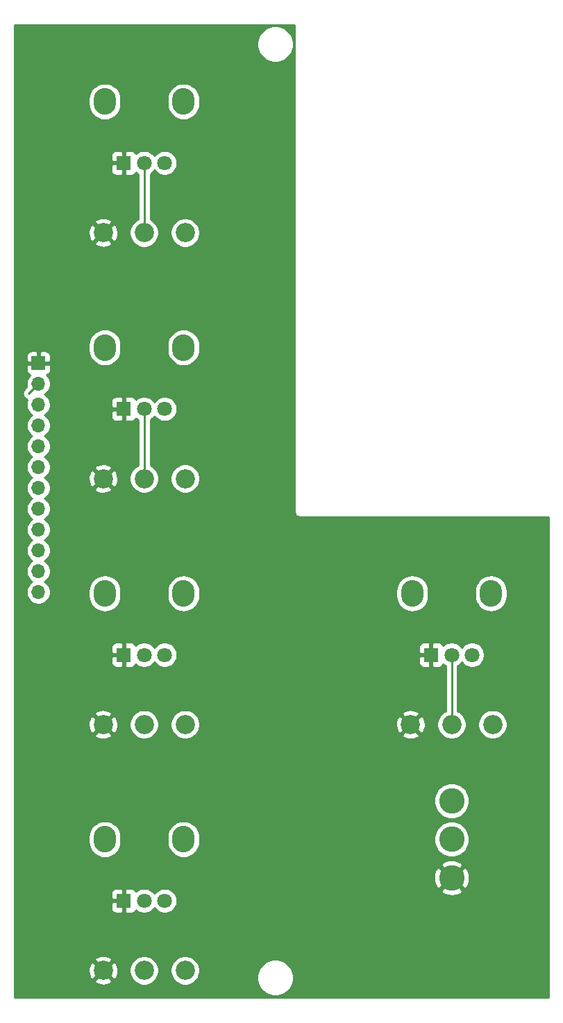
<source format=gbr>
%TF.GenerationSoftware,KiCad,Pcbnew,5.1.12-84ad8e8a86~92~ubuntu20.04.1*%
%TF.CreationDate,2021-11-13T15:40:40-05:00*%
%TF.ProjectId,gearseq,67656172-7365-4712-9e6b-696361645f70,rev?*%
%TF.SameCoordinates,Original*%
%TF.FileFunction,Copper,L2,Bot*%
%TF.FilePolarity,Positive*%
%FSLAX46Y46*%
G04 Gerber Fmt 4.6, Leading zero omitted, Abs format (unit mm)*
G04 Created by KiCad (PCBNEW 5.1.12-84ad8e8a86~92~ubuntu20.04.1) date 2021-11-13 15:40:40*
%MOMM*%
%LPD*%
G01*
G04 APERTURE LIST*
%TA.AperFunction,ComponentPad*%
%ADD10O,2.720000X3.240000*%
%TD*%
%TA.AperFunction,ComponentPad*%
%ADD11C,1.800000*%
%TD*%
%TA.AperFunction,ComponentPad*%
%ADD12R,1.800000X1.800000*%
%TD*%
%TA.AperFunction,ComponentPad*%
%ADD13C,2.340000*%
%TD*%
%TA.AperFunction,ComponentPad*%
%ADD14O,1.700000X1.700000*%
%TD*%
%TA.AperFunction,ComponentPad*%
%ADD15R,1.700000X1.700000*%
%TD*%
%TA.AperFunction,ComponentPad*%
%ADD16C,3.100000*%
%TD*%
%TA.AperFunction,Conductor*%
%ADD17C,0.250000*%
%TD*%
%TA.AperFunction,Conductor*%
%ADD18C,0.254000*%
%TD*%
%TA.AperFunction,Conductor*%
%ADD19C,0.100000*%
%TD*%
G04 APERTURE END LIST*
D10*
%TO.P,RV5,*%
%TO.N,*%
X180700000Y-122000000D03*
X190300000Y-122000000D03*
D11*
%TO.P,RV5,3*%
%TO.N,POT_4_CW_P*%
X188000000Y-129500000D03*
%TO.P,RV5,2*%
%TO.N,POT_4_W_P*%
X185500000Y-129500000D03*
D12*
%TO.P,RV5,1*%
%TO.N,GND1*%
X183000000Y-129500000D03*
%TD*%
D10*
%TO.P,RV3,*%
%TO.N,*%
X180700000Y-62000000D03*
X190300000Y-62000000D03*
D11*
%TO.P,RV3,3*%
%TO.N,POT_2_CW_P*%
X188000000Y-69500000D03*
%TO.P,RV3,2*%
%TO.N,POT_2_W_P*%
X185500000Y-69500000D03*
D12*
%TO.P,RV3,1*%
%TO.N,GND1*%
X183000000Y-69500000D03*
%TD*%
D10*
%TO.P,RV1,*%
%TO.N,*%
X218200000Y-92000000D03*
X227800000Y-92000000D03*
D11*
%TO.P,RV1,3*%
%TO.N,+5V_1*%
X225500000Y-99500000D03*
%TO.P,RV1,2*%
%TO.N,POT_ALG_P*%
X223000000Y-99500000D03*
D12*
%TO.P,RV1,1*%
%TO.N,GND1*%
X220500000Y-99500000D03*
%TD*%
D13*
%TO.P,RV10,3*%
%TO.N,POT_4_CW_P*%
X190500000Y-138000000D03*
%TO.P,RV10,2*%
%TO.N,POT_4_W_P*%
X185500000Y-138000000D03*
%TO.P,RV10,1*%
%TO.N,GND1*%
X180500000Y-138000000D03*
%TD*%
%TO.P,RV9,3*%
%TO.N,POT_3_CW_P*%
X190500000Y-108000000D03*
%TO.P,RV9,2*%
%TO.N,POT_3_W_P*%
X185500000Y-108000000D03*
%TO.P,RV9,1*%
%TO.N,GND1*%
X180500000Y-108000000D03*
%TD*%
D10*
%TO.P,RV2,*%
%TO.N,*%
X180700000Y-32000000D03*
X190300000Y-32000000D03*
D11*
%TO.P,RV2,3*%
%TO.N,POT_1_CW_P*%
X188000000Y-39500000D03*
%TO.P,RV2,2*%
%TO.N,POT_1_W_P*%
X185500000Y-39500000D03*
D12*
%TO.P,RV2,1*%
%TO.N,GND1*%
X183000000Y-39500000D03*
%TD*%
D10*
%TO.P,RV4,*%
%TO.N,*%
X180700000Y-92000000D03*
X190300000Y-92000000D03*
D11*
%TO.P,RV4,3*%
%TO.N,POT_3_CW_P*%
X188000000Y-99500000D03*
%TO.P,RV4,2*%
%TO.N,POT_3_W_P*%
X185500000Y-99500000D03*
D12*
%TO.P,RV4,1*%
%TO.N,GND1*%
X183000000Y-99500000D03*
%TD*%
D13*
%TO.P,RV6,3*%
%TO.N,+5V_1*%
X228000000Y-108000000D03*
%TO.P,RV6,2*%
%TO.N,POT_ALG_P*%
X223000000Y-108000000D03*
%TO.P,RV6,1*%
%TO.N,GND1*%
X218000000Y-108000000D03*
%TD*%
D14*
%TO.P,J14,12*%
%TO.N,POT_4_W_P*%
X172600000Y-91840000D03*
%TO.P,J14,11*%
%TO.N,POT_4_CW_P*%
X172600000Y-89300000D03*
%TO.P,J14,10*%
%TO.N,POT_3_W_P*%
X172600000Y-86760000D03*
%TO.P,J14,9*%
%TO.N,POT_3_CW_P*%
X172600000Y-84220000D03*
%TO.P,J14,8*%
%TO.N,DISP_SW_P*%
X172600000Y-81680000D03*
%TO.P,J14,7*%
%TO.N,POT_ALG_P*%
X172600000Y-79140000D03*
%TO.P,J14,6*%
%TO.N,POT_2_CW_P*%
X172600000Y-76600000D03*
%TO.P,J14,5*%
%TO.N,POT_2_W_P*%
X172600000Y-74060000D03*
%TO.P,J14,4*%
%TO.N,POT_1_CW_P*%
X172600000Y-71520000D03*
%TO.P,J14,3*%
%TO.N,POT_1_W_P*%
X172600000Y-68980000D03*
%TO.P,J14,2*%
%TO.N,+5V_1*%
X172600000Y-66440000D03*
D15*
%TO.P,J14,1*%
%TO.N,GND1*%
X172600000Y-63900000D03*
%TD*%
D13*
%TO.P,RV8,3*%
%TO.N,POT_2_CW_P*%
X190500000Y-78000000D03*
%TO.P,RV8,2*%
%TO.N,POT_2_W_P*%
X185500000Y-78000000D03*
%TO.P,RV8,1*%
%TO.N,GND1*%
X180500000Y-78000000D03*
%TD*%
D16*
%TO.P,SW3,1*%
%TO.N,GND1*%
X223000000Y-126700000D03*
%TO.P,SW3,3*%
%TO.N,N/C*%
X223000000Y-117300000D03*
%TO.P,SW3,2*%
%TO.N,DISP_SW_P*%
X223000000Y-122000000D03*
%TD*%
D13*
%TO.P,RV7,3*%
%TO.N,POT_1_CW_P*%
X190500000Y-48000000D03*
%TO.P,RV7,2*%
%TO.N,POT_1_W_P*%
X185500000Y-48000000D03*
%TO.P,RV7,1*%
%TO.N,GND1*%
X180500000Y-48000000D03*
%TD*%
D17*
%TO.N,POT_2_W_P*%
X185500000Y-78000000D02*
X185500000Y-69500000D01*
%TO.N,POT_1_W_P*%
X185500000Y-48000000D02*
X185500000Y-39500000D01*
%TO.N,POT_ALG_P*%
X223000000Y-108000000D02*
X223000000Y-99500000D01*
%TO.N,+5V_1*%
X172600000Y-66440000D02*
X171424999Y-67615001D01*
%TD*%
D18*
%TO.N,GND1*%
X203815001Y-81966343D02*
X203811686Y-82000000D01*
X203824912Y-82134283D01*
X203864081Y-82263406D01*
X203927688Y-82382407D01*
X204013289Y-82486711D01*
X204117593Y-82572312D01*
X204236594Y-82635919D01*
X204365717Y-82675088D01*
X204466353Y-82685000D01*
X204500000Y-82688314D01*
X204533647Y-82685000D01*
X234815001Y-82685000D01*
X234815000Y-141315000D01*
X169685000Y-141315000D01*
X169685000Y-139256602D01*
X179423003Y-139256602D01*
X179539275Y-139538389D01*
X179857860Y-139696257D01*
X180201122Y-139788938D01*
X180555869Y-139812873D01*
X180908470Y-139767139D01*
X181245373Y-139653495D01*
X181460725Y-139538389D01*
X181576997Y-139256602D01*
X180500000Y-138179605D01*
X179423003Y-139256602D01*
X169685000Y-139256602D01*
X169685000Y-138055869D01*
X178687127Y-138055869D01*
X178732861Y-138408470D01*
X178846505Y-138745373D01*
X178961611Y-138960725D01*
X179243398Y-139076997D01*
X180320395Y-138000000D01*
X180679605Y-138000000D01*
X181756602Y-139076997D01*
X182038389Y-138960725D01*
X182196257Y-138642140D01*
X182288938Y-138298878D01*
X182312873Y-137944131D01*
X182297061Y-137822223D01*
X183695000Y-137822223D01*
X183695000Y-138177777D01*
X183764365Y-138526499D01*
X183900429Y-138854988D01*
X184097965Y-139150621D01*
X184349379Y-139402035D01*
X184645012Y-139599571D01*
X184973501Y-139735635D01*
X185322223Y-139805000D01*
X185677777Y-139805000D01*
X186026499Y-139735635D01*
X186354988Y-139599571D01*
X186650621Y-139402035D01*
X186902035Y-139150621D01*
X187099571Y-138854988D01*
X187235635Y-138526499D01*
X187305000Y-138177777D01*
X187305000Y-137822223D01*
X188695000Y-137822223D01*
X188695000Y-138177777D01*
X188764365Y-138526499D01*
X188900429Y-138854988D01*
X189097965Y-139150621D01*
X189349379Y-139402035D01*
X189645012Y-139599571D01*
X189973501Y-139735635D01*
X190322223Y-139805000D01*
X190677777Y-139805000D01*
X191026499Y-139735635D01*
X191354988Y-139599571D01*
X191650621Y-139402035D01*
X191902035Y-139150621D01*
X192099571Y-138854988D01*
X192172106Y-138679872D01*
X199265000Y-138679872D01*
X199265000Y-139120128D01*
X199350890Y-139551925D01*
X199519369Y-139958669D01*
X199763962Y-140324729D01*
X200075271Y-140636038D01*
X200441331Y-140880631D01*
X200848075Y-141049110D01*
X201279872Y-141135000D01*
X201720128Y-141135000D01*
X202151925Y-141049110D01*
X202558669Y-140880631D01*
X202924729Y-140636038D01*
X203236038Y-140324729D01*
X203480631Y-139958669D01*
X203649110Y-139551925D01*
X203735000Y-139120128D01*
X203735000Y-138679872D01*
X203649110Y-138248075D01*
X203480631Y-137841331D01*
X203236038Y-137475271D01*
X202924729Y-137163962D01*
X202558669Y-136919369D01*
X202151925Y-136750890D01*
X201720128Y-136665000D01*
X201279872Y-136665000D01*
X200848075Y-136750890D01*
X200441331Y-136919369D01*
X200075271Y-137163962D01*
X199763962Y-137475271D01*
X199519369Y-137841331D01*
X199350890Y-138248075D01*
X199265000Y-138679872D01*
X192172106Y-138679872D01*
X192235635Y-138526499D01*
X192305000Y-138177777D01*
X192305000Y-137822223D01*
X192235635Y-137473501D01*
X192099571Y-137145012D01*
X191902035Y-136849379D01*
X191650621Y-136597965D01*
X191354988Y-136400429D01*
X191026499Y-136264365D01*
X190677777Y-136195000D01*
X190322223Y-136195000D01*
X189973501Y-136264365D01*
X189645012Y-136400429D01*
X189349379Y-136597965D01*
X189097965Y-136849379D01*
X188900429Y-137145012D01*
X188764365Y-137473501D01*
X188695000Y-137822223D01*
X187305000Y-137822223D01*
X187235635Y-137473501D01*
X187099571Y-137145012D01*
X186902035Y-136849379D01*
X186650621Y-136597965D01*
X186354988Y-136400429D01*
X186026499Y-136264365D01*
X185677777Y-136195000D01*
X185322223Y-136195000D01*
X184973501Y-136264365D01*
X184645012Y-136400429D01*
X184349379Y-136597965D01*
X184097965Y-136849379D01*
X183900429Y-137145012D01*
X183764365Y-137473501D01*
X183695000Y-137822223D01*
X182297061Y-137822223D01*
X182267139Y-137591530D01*
X182153495Y-137254627D01*
X182038389Y-137039275D01*
X181756602Y-136923003D01*
X180679605Y-138000000D01*
X180320395Y-138000000D01*
X179243398Y-136923003D01*
X178961611Y-137039275D01*
X178803743Y-137357860D01*
X178711062Y-137701122D01*
X178687127Y-138055869D01*
X169685000Y-138055869D01*
X169685000Y-136743398D01*
X179423003Y-136743398D01*
X180500000Y-137820395D01*
X181576997Y-136743398D01*
X181460725Y-136461611D01*
X181142140Y-136303743D01*
X180798878Y-136211062D01*
X180444131Y-136187127D01*
X180091530Y-136232861D01*
X179754627Y-136346505D01*
X179539275Y-136461611D01*
X179423003Y-136743398D01*
X169685000Y-136743398D01*
X169685000Y-130400000D01*
X181461928Y-130400000D01*
X181474188Y-130524482D01*
X181510498Y-130644180D01*
X181569463Y-130754494D01*
X181648815Y-130851185D01*
X181745506Y-130930537D01*
X181855820Y-130989502D01*
X181975518Y-131025812D01*
X182100000Y-131038072D01*
X182714250Y-131035000D01*
X182873000Y-130876250D01*
X182873000Y-129627000D01*
X181623750Y-129627000D01*
X181465000Y-129785750D01*
X181461928Y-130400000D01*
X169685000Y-130400000D01*
X169685000Y-128600000D01*
X181461928Y-128600000D01*
X181465000Y-129214250D01*
X181623750Y-129373000D01*
X182873000Y-129373000D01*
X182873000Y-128123750D01*
X183127000Y-128123750D01*
X183127000Y-129373000D01*
X183147000Y-129373000D01*
X183147000Y-129627000D01*
X183127000Y-129627000D01*
X183127000Y-130876250D01*
X183285750Y-131035000D01*
X183900000Y-131038072D01*
X184024482Y-131025812D01*
X184144180Y-130989502D01*
X184254494Y-130930537D01*
X184351185Y-130851185D01*
X184430537Y-130754494D01*
X184483880Y-130654697D01*
X184521495Y-130692312D01*
X184772905Y-130860299D01*
X185052257Y-130976011D01*
X185348816Y-131035000D01*
X185651184Y-131035000D01*
X185947743Y-130976011D01*
X186227095Y-130860299D01*
X186478505Y-130692312D01*
X186692312Y-130478505D01*
X186750000Y-130392169D01*
X186807688Y-130478505D01*
X187021495Y-130692312D01*
X187272905Y-130860299D01*
X187552257Y-130976011D01*
X187848816Y-131035000D01*
X188151184Y-131035000D01*
X188447743Y-130976011D01*
X188727095Y-130860299D01*
X188978505Y-130692312D01*
X189192312Y-130478505D01*
X189360299Y-130227095D01*
X189476011Y-129947743D01*
X189535000Y-129651184D01*
X189535000Y-129348816D01*
X189476011Y-129052257D01*
X189360299Y-128772905D01*
X189192312Y-128521495D01*
X188978505Y-128307688D01*
X188858123Y-128227251D01*
X221652354Y-128227251D01*
X221814381Y-128547930D01*
X222197675Y-128743725D01*
X222611803Y-128860981D01*
X223040848Y-128895192D01*
X223468324Y-128845042D01*
X223877802Y-128712461D01*
X224185619Y-128547930D01*
X224347646Y-128227251D01*
X223000000Y-126879605D01*
X221652354Y-128227251D01*
X188858123Y-128227251D01*
X188727095Y-128139701D01*
X188447743Y-128023989D01*
X188151184Y-127965000D01*
X187848816Y-127965000D01*
X187552257Y-128023989D01*
X187272905Y-128139701D01*
X187021495Y-128307688D01*
X186807688Y-128521495D01*
X186750000Y-128607831D01*
X186692312Y-128521495D01*
X186478505Y-128307688D01*
X186227095Y-128139701D01*
X185947743Y-128023989D01*
X185651184Y-127965000D01*
X185348816Y-127965000D01*
X185052257Y-128023989D01*
X184772905Y-128139701D01*
X184521495Y-128307688D01*
X184483880Y-128345303D01*
X184430537Y-128245506D01*
X184351185Y-128148815D01*
X184254494Y-128069463D01*
X184144180Y-128010498D01*
X184024482Y-127974188D01*
X183900000Y-127961928D01*
X183285750Y-127965000D01*
X183127000Y-128123750D01*
X182873000Y-128123750D01*
X182714250Y-127965000D01*
X182100000Y-127961928D01*
X181975518Y-127974188D01*
X181855820Y-128010498D01*
X181745506Y-128069463D01*
X181648815Y-128148815D01*
X181569463Y-128245506D01*
X181510498Y-128355820D01*
X181474188Y-128475518D01*
X181461928Y-128600000D01*
X169685000Y-128600000D01*
X169685000Y-126740848D01*
X220804808Y-126740848D01*
X220854958Y-127168324D01*
X220987539Y-127577802D01*
X221152070Y-127885619D01*
X221472749Y-128047646D01*
X222820395Y-126700000D01*
X223179605Y-126700000D01*
X224527251Y-128047646D01*
X224847930Y-127885619D01*
X225043725Y-127502325D01*
X225160981Y-127088197D01*
X225195192Y-126659152D01*
X225145042Y-126231676D01*
X225012461Y-125822198D01*
X224847930Y-125514381D01*
X224527251Y-125352354D01*
X223179605Y-126700000D01*
X222820395Y-126700000D01*
X221472749Y-125352354D01*
X221152070Y-125514381D01*
X220956275Y-125897675D01*
X220839019Y-126311803D01*
X220804808Y-126740848D01*
X169685000Y-126740848D01*
X169685000Y-125172749D01*
X221652354Y-125172749D01*
X223000000Y-126520395D01*
X224347646Y-125172749D01*
X224185619Y-124852070D01*
X223802325Y-124656275D01*
X223388197Y-124539019D01*
X222959152Y-124504808D01*
X222531676Y-124554958D01*
X222122198Y-124687539D01*
X221814381Y-124852070D01*
X221652354Y-125172749D01*
X169685000Y-125172749D01*
X169685000Y-121642002D01*
X178705000Y-121642002D01*
X178705000Y-122357997D01*
X178733867Y-122651087D01*
X178847943Y-123027146D01*
X179033193Y-123373725D01*
X179282497Y-123677503D01*
X179586275Y-123926807D01*
X179932853Y-124112057D01*
X180308912Y-124226133D01*
X180700000Y-124264652D01*
X181091087Y-124226133D01*
X181467146Y-124112057D01*
X181813725Y-123926807D01*
X182117503Y-123677503D01*
X182366807Y-123373725D01*
X182552057Y-123027147D01*
X182666133Y-122651088D01*
X182695000Y-122357998D01*
X182695000Y-121642003D01*
X182695000Y-121642002D01*
X188305000Y-121642002D01*
X188305000Y-122357997D01*
X188333867Y-122651087D01*
X188447943Y-123027146D01*
X188633193Y-123373725D01*
X188882497Y-123677503D01*
X189186275Y-123926807D01*
X189532853Y-124112057D01*
X189908912Y-124226133D01*
X190300000Y-124264652D01*
X190691087Y-124226133D01*
X191067146Y-124112057D01*
X191413725Y-123926807D01*
X191717503Y-123677503D01*
X191966807Y-123373725D01*
X192152057Y-123027147D01*
X192266133Y-122651088D01*
X192295000Y-122357998D01*
X192295000Y-121784796D01*
X220815000Y-121784796D01*
X220815000Y-122215204D01*
X220898969Y-122637341D01*
X221063678Y-123034985D01*
X221302800Y-123392856D01*
X221607144Y-123697200D01*
X221965015Y-123936322D01*
X222362659Y-124101031D01*
X222784796Y-124185000D01*
X223215204Y-124185000D01*
X223637341Y-124101031D01*
X224034985Y-123936322D01*
X224392856Y-123697200D01*
X224697200Y-123392856D01*
X224936322Y-123034985D01*
X225101031Y-122637341D01*
X225185000Y-122215204D01*
X225185000Y-121784796D01*
X225101031Y-121362659D01*
X224936322Y-120965015D01*
X224697200Y-120607144D01*
X224392856Y-120302800D01*
X224034985Y-120063678D01*
X223637341Y-119898969D01*
X223215204Y-119815000D01*
X222784796Y-119815000D01*
X222362659Y-119898969D01*
X221965015Y-120063678D01*
X221607144Y-120302800D01*
X221302800Y-120607144D01*
X221063678Y-120965015D01*
X220898969Y-121362659D01*
X220815000Y-121784796D01*
X192295000Y-121784796D01*
X192295000Y-121642003D01*
X192266133Y-121348913D01*
X192152057Y-120972853D01*
X191966807Y-120626275D01*
X191717503Y-120322497D01*
X191413725Y-120073193D01*
X191067147Y-119887943D01*
X190691088Y-119773867D01*
X190300000Y-119735348D01*
X189908913Y-119773867D01*
X189532854Y-119887943D01*
X189186276Y-120073193D01*
X188882498Y-120322497D01*
X188633193Y-120626275D01*
X188447943Y-120972853D01*
X188333867Y-121348912D01*
X188305000Y-121642002D01*
X182695000Y-121642002D01*
X182666133Y-121348913D01*
X182552057Y-120972853D01*
X182366807Y-120626275D01*
X182117503Y-120322497D01*
X181813725Y-120073193D01*
X181467147Y-119887943D01*
X181091088Y-119773867D01*
X180700000Y-119735348D01*
X180308913Y-119773867D01*
X179932854Y-119887943D01*
X179586276Y-120073193D01*
X179282498Y-120322497D01*
X179033193Y-120626275D01*
X178847943Y-120972853D01*
X178733867Y-121348912D01*
X178705000Y-121642002D01*
X169685000Y-121642002D01*
X169685000Y-117084796D01*
X220815000Y-117084796D01*
X220815000Y-117515204D01*
X220898969Y-117937341D01*
X221063678Y-118334985D01*
X221302800Y-118692856D01*
X221607144Y-118997200D01*
X221965015Y-119236322D01*
X222362659Y-119401031D01*
X222784796Y-119485000D01*
X223215204Y-119485000D01*
X223637341Y-119401031D01*
X224034985Y-119236322D01*
X224392856Y-118997200D01*
X224697200Y-118692856D01*
X224936322Y-118334985D01*
X225101031Y-117937341D01*
X225185000Y-117515204D01*
X225185000Y-117084796D01*
X225101031Y-116662659D01*
X224936322Y-116265015D01*
X224697200Y-115907144D01*
X224392856Y-115602800D01*
X224034985Y-115363678D01*
X223637341Y-115198969D01*
X223215204Y-115115000D01*
X222784796Y-115115000D01*
X222362659Y-115198969D01*
X221965015Y-115363678D01*
X221607144Y-115602800D01*
X221302800Y-115907144D01*
X221063678Y-116265015D01*
X220898969Y-116662659D01*
X220815000Y-117084796D01*
X169685000Y-117084796D01*
X169685000Y-109256602D01*
X179423003Y-109256602D01*
X179539275Y-109538389D01*
X179857860Y-109696257D01*
X180201122Y-109788938D01*
X180555869Y-109812873D01*
X180908470Y-109767139D01*
X181245373Y-109653495D01*
X181460725Y-109538389D01*
X181576997Y-109256602D01*
X180500000Y-108179605D01*
X179423003Y-109256602D01*
X169685000Y-109256602D01*
X169685000Y-108055869D01*
X178687127Y-108055869D01*
X178732861Y-108408470D01*
X178846505Y-108745373D01*
X178961611Y-108960725D01*
X179243398Y-109076997D01*
X180320395Y-108000000D01*
X180679605Y-108000000D01*
X181756602Y-109076997D01*
X182038389Y-108960725D01*
X182196257Y-108642140D01*
X182288938Y-108298878D01*
X182312873Y-107944131D01*
X182297061Y-107822223D01*
X183695000Y-107822223D01*
X183695000Y-108177777D01*
X183764365Y-108526499D01*
X183900429Y-108854988D01*
X184097965Y-109150621D01*
X184349379Y-109402035D01*
X184645012Y-109599571D01*
X184973501Y-109735635D01*
X185322223Y-109805000D01*
X185677777Y-109805000D01*
X186026499Y-109735635D01*
X186354988Y-109599571D01*
X186650621Y-109402035D01*
X186902035Y-109150621D01*
X187099571Y-108854988D01*
X187235635Y-108526499D01*
X187305000Y-108177777D01*
X187305000Y-107822223D01*
X188695000Y-107822223D01*
X188695000Y-108177777D01*
X188764365Y-108526499D01*
X188900429Y-108854988D01*
X189097965Y-109150621D01*
X189349379Y-109402035D01*
X189645012Y-109599571D01*
X189973501Y-109735635D01*
X190322223Y-109805000D01*
X190677777Y-109805000D01*
X191026499Y-109735635D01*
X191354988Y-109599571D01*
X191650621Y-109402035D01*
X191796054Y-109256602D01*
X216923003Y-109256602D01*
X217039275Y-109538389D01*
X217357860Y-109696257D01*
X217701122Y-109788938D01*
X218055869Y-109812873D01*
X218408470Y-109767139D01*
X218745373Y-109653495D01*
X218960725Y-109538389D01*
X219076997Y-109256602D01*
X218000000Y-108179605D01*
X216923003Y-109256602D01*
X191796054Y-109256602D01*
X191902035Y-109150621D01*
X192099571Y-108854988D01*
X192235635Y-108526499D01*
X192305000Y-108177777D01*
X192305000Y-108055869D01*
X216187127Y-108055869D01*
X216232861Y-108408470D01*
X216346505Y-108745373D01*
X216461611Y-108960725D01*
X216743398Y-109076997D01*
X217820395Y-108000000D01*
X218179605Y-108000000D01*
X219256602Y-109076997D01*
X219538389Y-108960725D01*
X219696257Y-108642140D01*
X219788938Y-108298878D01*
X219812873Y-107944131D01*
X219767139Y-107591530D01*
X219653495Y-107254627D01*
X219538389Y-107039275D01*
X219256602Y-106923003D01*
X218179605Y-108000000D01*
X217820395Y-108000000D01*
X216743398Y-106923003D01*
X216461611Y-107039275D01*
X216303743Y-107357860D01*
X216211062Y-107701122D01*
X216187127Y-108055869D01*
X192305000Y-108055869D01*
X192305000Y-107822223D01*
X192235635Y-107473501D01*
X192099571Y-107145012D01*
X191902035Y-106849379D01*
X191796054Y-106743398D01*
X216923003Y-106743398D01*
X218000000Y-107820395D01*
X219076997Y-106743398D01*
X218960725Y-106461611D01*
X218642140Y-106303743D01*
X218298878Y-106211062D01*
X217944131Y-106187127D01*
X217591530Y-106232861D01*
X217254627Y-106346505D01*
X217039275Y-106461611D01*
X216923003Y-106743398D01*
X191796054Y-106743398D01*
X191650621Y-106597965D01*
X191354988Y-106400429D01*
X191026499Y-106264365D01*
X190677777Y-106195000D01*
X190322223Y-106195000D01*
X189973501Y-106264365D01*
X189645012Y-106400429D01*
X189349379Y-106597965D01*
X189097965Y-106849379D01*
X188900429Y-107145012D01*
X188764365Y-107473501D01*
X188695000Y-107822223D01*
X187305000Y-107822223D01*
X187235635Y-107473501D01*
X187099571Y-107145012D01*
X186902035Y-106849379D01*
X186650621Y-106597965D01*
X186354988Y-106400429D01*
X186026499Y-106264365D01*
X185677777Y-106195000D01*
X185322223Y-106195000D01*
X184973501Y-106264365D01*
X184645012Y-106400429D01*
X184349379Y-106597965D01*
X184097965Y-106849379D01*
X183900429Y-107145012D01*
X183764365Y-107473501D01*
X183695000Y-107822223D01*
X182297061Y-107822223D01*
X182267139Y-107591530D01*
X182153495Y-107254627D01*
X182038389Y-107039275D01*
X181756602Y-106923003D01*
X180679605Y-108000000D01*
X180320395Y-108000000D01*
X179243398Y-106923003D01*
X178961611Y-107039275D01*
X178803743Y-107357860D01*
X178711062Y-107701122D01*
X178687127Y-108055869D01*
X169685000Y-108055869D01*
X169685000Y-106743398D01*
X179423003Y-106743398D01*
X180500000Y-107820395D01*
X181576997Y-106743398D01*
X181460725Y-106461611D01*
X181142140Y-106303743D01*
X180798878Y-106211062D01*
X180444131Y-106187127D01*
X180091530Y-106232861D01*
X179754627Y-106346505D01*
X179539275Y-106461611D01*
X179423003Y-106743398D01*
X169685000Y-106743398D01*
X169685000Y-100400000D01*
X181461928Y-100400000D01*
X181474188Y-100524482D01*
X181510498Y-100644180D01*
X181569463Y-100754494D01*
X181648815Y-100851185D01*
X181745506Y-100930537D01*
X181855820Y-100989502D01*
X181975518Y-101025812D01*
X182100000Y-101038072D01*
X182714250Y-101035000D01*
X182873000Y-100876250D01*
X182873000Y-99627000D01*
X181623750Y-99627000D01*
X181465000Y-99785750D01*
X181461928Y-100400000D01*
X169685000Y-100400000D01*
X169685000Y-98600000D01*
X181461928Y-98600000D01*
X181465000Y-99214250D01*
X181623750Y-99373000D01*
X182873000Y-99373000D01*
X182873000Y-98123750D01*
X183127000Y-98123750D01*
X183127000Y-99373000D01*
X183147000Y-99373000D01*
X183147000Y-99627000D01*
X183127000Y-99627000D01*
X183127000Y-100876250D01*
X183285750Y-101035000D01*
X183900000Y-101038072D01*
X184024482Y-101025812D01*
X184144180Y-100989502D01*
X184254494Y-100930537D01*
X184351185Y-100851185D01*
X184430537Y-100754494D01*
X184483880Y-100654697D01*
X184521495Y-100692312D01*
X184772905Y-100860299D01*
X185052257Y-100976011D01*
X185348816Y-101035000D01*
X185651184Y-101035000D01*
X185947743Y-100976011D01*
X186227095Y-100860299D01*
X186478505Y-100692312D01*
X186692312Y-100478505D01*
X186750000Y-100392169D01*
X186807688Y-100478505D01*
X187021495Y-100692312D01*
X187272905Y-100860299D01*
X187552257Y-100976011D01*
X187848816Y-101035000D01*
X188151184Y-101035000D01*
X188447743Y-100976011D01*
X188727095Y-100860299D01*
X188978505Y-100692312D01*
X189192312Y-100478505D01*
X189244767Y-100400000D01*
X218961928Y-100400000D01*
X218974188Y-100524482D01*
X219010498Y-100644180D01*
X219069463Y-100754494D01*
X219148815Y-100851185D01*
X219245506Y-100930537D01*
X219355820Y-100989502D01*
X219475518Y-101025812D01*
X219600000Y-101038072D01*
X220214250Y-101035000D01*
X220373000Y-100876250D01*
X220373000Y-99627000D01*
X219123750Y-99627000D01*
X218965000Y-99785750D01*
X218961928Y-100400000D01*
X189244767Y-100400000D01*
X189360299Y-100227095D01*
X189476011Y-99947743D01*
X189535000Y-99651184D01*
X189535000Y-99348816D01*
X189476011Y-99052257D01*
X189360299Y-98772905D01*
X189244768Y-98600000D01*
X218961928Y-98600000D01*
X218965000Y-99214250D01*
X219123750Y-99373000D01*
X220373000Y-99373000D01*
X220373000Y-98123750D01*
X220627000Y-98123750D01*
X220627000Y-99373000D01*
X220647000Y-99373000D01*
X220647000Y-99627000D01*
X220627000Y-99627000D01*
X220627000Y-100876250D01*
X220785750Y-101035000D01*
X221400000Y-101038072D01*
X221524482Y-101025812D01*
X221644180Y-100989502D01*
X221754494Y-100930537D01*
X221851185Y-100851185D01*
X221930537Y-100754494D01*
X221983880Y-100654697D01*
X222021495Y-100692312D01*
X222240001Y-100838313D01*
X222240000Y-106361084D01*
X222145012Y-106400429D01*
X221849379Y-106597965D01*
X221597965Y-106849379D01*
X221400429Y-107145012D01*
X221264365Y-107473501D01*
X221195000Y-107822223D01*
X221195000Y-108177777D01*
X221264365Y-108526499D01*
X221400429Y-108854988D01*
X221597965Y-109150621D01*
X221849379Y-109402035D01*
X222145012Y-109599571D01*
X222473501Y-109735635D01*
X222822223Y-109805000D01*
X223177777Y-109805000D01*
X223526499Y-109735635D01*
X223854988Y-109599571D01*
X224150621Y-109402035D01*
X224402035Y-109150621D01*
X224599571Y-108854988D01*
X224735635Y-108526499D01*
X224805000Y-108177777D01*
X224805000Y-107822223D01*
X226195000Y-107822223D01*
X226195000Y-108177777D01*
X226264365Y-108526499D01*
X226400429Y-108854988D01*
X226597965Y-109150621D01*
X226849379Y-109402035D01*
X227145012Y-109599571D01*
X227473501Y-109735635D01*
X227822223Y-109805000D01*
X228177777Y-109805000D01*
X228526499Y-109735635D01*
X228854988Y-109599571D01*
X229150621Y-109402035D01*
X229402035Y-109150621D01*
X229599571Y-108854988D01*
X229735635Y-108526499D01*
X229805000Y-108177777D01*
X229805000Y-107822223D01*
X229735635Y-107473501D01*
X229599571Y-107145012D01*
X229402035Y-106849379D01*
X229150621Y-106597965D01*
X228854988Y-106400429D01*
X228526499Y-106264365D01*
X228177777Y-106195000D01*
X227822223Y-106195000D01*
X227473501Y-106264365D01*
X227145012Y-106400429D01*
X226849379Y-106597965D01*
X226597965Y-106849379D01*
X226400429Y-107145012D01*
X226264365Y-107473501D01*
X226195000Y-107822223D01*
X224805000Y-107822223D01*
X224735635Y-107473501D01*
X224599571Y-107145012D01*
X224402035Y-106849379D01*
X224150621Y-106597965D01*
X223854988Y-106400429D01*
X223760000Y-106361084D01*
X223760000Y-100838313D01*
X223978505Y-100692312D01*
X224192312Y-100478505D01*
X224250000Y-100392169D01*
X224307688Y-100478505D01*
X224521495Y-100692312D01*
X224772905Y-100860299D01*
X225052257Y-100976011D01*
X225348816Y-101035000D01*
X225651184Y-101035000D01*
X225947743Y-100976011D01*
X226227095Y-100860299D01*
X226478505Y-100692312D01*
X226692312Y-100478505D01*
X226860299Y-100227095D01*
X226976011Y-99947743D01*
X227035000Y-99651184D01*
X227035000Y-99348816D01*
X226976011Y-99052257D01*
X226860299Y-98772905D01*
X226692312Y-98521495D01*
X226478505Y-98307688D01*
X226227095Y-98139701D01*
X225947743Y-98023989D01*
X225651184Y-97965000D01*
X225348816Y-97965000D01*
X225052257Y-98023989D01*
X224772905Y-98139701D01*
X224521495Y-98307688D01*
X224307688Y-98521495D01*
X224250000Y-98607831D01*
X224192312Y-98521495D01*
X223978505Y-98307688D01*
X223727095Y-98139701D01*
X223447743Y-98023989D01*
X223151184Y-97965000D01*
X222848816Y-97965000D01*
X222552257Y-98023989D01*
X222272905Y-98139701D01*
X222021495Y-98307688D01*
X221983880Y-98345303D01*
X221930537Y-98245506D01*
X221851185Y-98148815D01*
X221754494Y-98069463D01*
X221644180Y-98010498D01*
X221524482Y-97974188D01*
X221400000Y-97961928D01*
X220785750Y-97965000D01*
X220627000Y-98123750D01*
X220373000Y-98123750D01*
X220214250Y-97965000D01*
X219600000Y-97961928D01*
X219475518Y-97974188D01*
X219355820Y-98010498D01*
X219245506Y-98069463D01*
X219148815Y-98148815D01*
X219069463Y-98245506D01*
X219010498Y-98355820D01*
X218974188Y-98475518D01*
X218961928Y-98600000D01*
X189244768Y-98600000D01*
X189192312Y-98521495D01*
X188978505Y-98307688D01*
X188727095Y-98139701D01*
X188447743Y-98023989D01*
X188151184Y-97965000D01*
X187848816Y-97965000D01*
X187552257Y-98023989D01*
X187272905Y-98139701D01*
X187021495Y-98307688D01*
X186807688Y-98521495D01*
X186750000Y-98607831D01*
X186692312Y-98521495D01*
X186478505Y-98307688D01*
X186227095Y-98139701D01*
X185947743Y-98023989D01*
X185651184Y-97965000D01*
X185348816Y-97965000D01*
X185052257Y-98023989D01*
X184772905Y-98139701D01*
X184521495Y-98307688D01*
X184483880Y-98345303D01*
X184430537Y-98245506D01*
X184351185Y-98148815D01*
X184254494Y-98069463D01*
X184144180Y-98010498D01*
X184024482Y-97974188D01*
X183900000Y-97961928D01*
X183285750Y-97965000D01*
X183127000Y-98123750D01*
X182873000Y-98123750D01*
X182714250Y-97965000D01*
X182100000Y-97961928D01*
X181975518Y-97974188D01*
X181855820Y-98010498D01*
X181745506Y-98069463D01*
X181648815Y-98148815D01*
X181569463Y-98245506D01*
X181510498Y-98355820D01*
X181474188Y-98475518D01*
X181461928Y-98600000D01*
X169685000Y-98600000D01*
X169685000Y-67615001D01*
X170661323Y-67615001D01*
X170675997Y-67763986D01*
X170719453Y-67907247D01*
X170790025Y-68039277D01*
X170884998Y-68155002D01*
X171000723Y-68249975D01*
X171132753Y-68320547D01*
X171250951Y-68356401D01*
X171172068Y-68546842D01*
X171115000Y-68833740D01*
X171115000Y-69126260D01*
X171172068Y-69413158D01*
X171284010Y-69683411D01*
X171446525Y-69926632D01*
X171653368Y-70133475D01*
X171827760Y-70250000D01*
X171653368Y-70366525D01*
X171446525Y-70573368D01*
X171284010Y-70816589D01*
X171172068Y-71086842D01*
X171115000Y-71373740D01*
X171115000Y-71666260D01*
X171172068Y-71953158D01*
X171284010Y-72223411D01*
X171446525Y-72466632D01*
X171653368Y-72673475D01*
X171827760Y-72790000D01*
X171653368Y-72906525D01*
X171446525Y-73113368D01*
X171284010Y-73356589D01*
X171172068Y-73626842D01*
X171115000Y-73913740D01*
X171115000Y-74206260D01*
X171172068Y-74493158D01*
X171284010Y-74763411D01*
X171446525Y-75006632D01*
X171653368Y-75213475D01*
X171827760Y-75330000D01*
X171653368Y-75446525D01*
X171446525Y-75653368D01*
X171284010Y-75896589D01*
X171172068Y-76166842D01*
X171115000Y-76453740D01*
X171115000Y-76746260D01*
X171172068Y-77033158D01*
X171284010Y-77303411D01*
X171446525Y-77546632D01*
X171653368Y-77753475D01*
X171827760Y-77870000D01*
X171653368Y-77986525D01*
X171446525Y-78193368D01*
X171284010Y-78436589D01*
X171172068Y-78706842D01*
X171115000Y-78993740D01*
X171115000Y-79286260D01*
X171172068Y-79573158D01*
X171284010Y-79843411D01*
X171446525Y-80086632D01*
X171653368Y-80293475D01*
X171827760Y-80410000D01*
X171653368Y-80526525D01*
X171446525Y-80733368D01*
X171284010Y-80976589D01*
X171172068Y-81246842D01*
X171115000Y-81533740D01*
X171115000Y-81826260D01*
X171172068Y-82113158D01*
X171284010Y-82383411D01*
X171446525Y-82626632D01*
X171653368Y-82833475D01*
X171827760Y-82950000D01*
X171653368Y-83066525D01*
X171446525Y-83273368D01*
X171284010Y-83516589D01*
X171172068Y-83786842D01*
X171115000Y-84073740D01*
X171115000Y-84366260D01*
X171172068Y-84653158D01*
X171284010Y-84923411D01*
X171446525Y-85166632D01*
X171653368Y-85373475D01*
X171827760Y-85490000D01*
X171653368Y-85606525D01*
X171446525Y-85813368D01*
X171284010Y-86056589D01*
X171172068Y-86326842D01*
X171115000Y-86613740D01*
X171115000Y-86906260D01*
X171172068Y-87193158D01*
X171284010Y-87463411D01*
X171446525Y-87706632D01*
X171653368Y-87913475D01*
X171827760Y-88030000D01*
X171653368Y-88146525D01*
X171446525Y-88353368D01*
X171284010Y-88596589D01*
X171172068Y-88866842D01*
X171115000Y-89153740D01*
X171115000Y-89446260D01*
X171172068Y-89733158D01*
X171284010Y-90003411D01*
X171446525Y-90246632D01*
X171653368Y-90453475D01*
X171827760Y-90570000D01*
X171653368Y-90686525D01*
X171446525Y-90893368D01*
X171284010Y-91136589D01*
X171172068Y-91406842D01*
X171115000Y-91693740D01*
X171115000Y-91986260D01*
X171172068Y-92273158D01*
X171284010Y-92543411D01*
X171446525Y-92786632D01*
X171653368Y-92993475D01*
X171896589Y-93155990D01*
X172166842Y-93267932D01*
X172453740Y-93325000D01*
X172746260Y-93325000D01*
X173033158Y-93267932D01*
X173303411Y-93155990D01*
X173546632Y-92993475D01*
X173753475Y-92786632D01*
X173915990Y-92543411D01*
X174027932Y-92273158D01*
X174085000Y-91986260D01*
X174085000Y-91693740D01*
X174074709Y-91642002D01*
X178705000Y-91642002D01*
X178705000Y-92357997D01*
X178733867Y-92651087D01*
X178847943Y-93027146D01*
X179033193Y-93373725D01*
X179282497Y-93677503D01*
X179586275Y-93926807D01*
X179932853Y-94112057D01*
X180308912Y-94226133D01*
X180700000Y-94264652D01*
X181091087Y-94226133D01*
X181467146Y-94112057D01*
X181813725Y-93926807D01*
X182117503Y-93677503D01*
X182366807Y-93373725D01*
X182552057Y-93027147D01*
X182666133Y-92651088D01*
X182695000Y-92357998D01*
X182695000Y-91642003D01*
X182695000Y-91642002D01*
X188305000Y-91642002D01*
X188305000Y-92357997D01*
X188333867Y-92651087D01*
X188447943Y-93027146D01*
X188633193Y-93373725D01*
X188882497Y-93677503D01*
X189186275Y-93926807D01*
X189532853Y-94112057D01*
X189908912Y-94226133D01*
X190300000Y-94264652D01*
X190691087Y-94226133D01*
X191067146Y-94112057D01*
X191413725Y-93926807D01*
X191717503Y-93677503D01*
X191966807Y-93373725D01*
X192152057Y-93027147D01*
X192266133Y-92651088D01*
X192295000Y-92357998D01*
X192295000Y-91642003D01*
X192295000Y-91642002D01*
X216205000Y-91642002D01*
X216205000Y-92357997D01*
X216233867Y-92651087D01*
X216347943Y-93027146D01*
X216533193Y-93373725D01*
X216782497Y-93677503D01*
X217086275Y-93926807D01*
X217432853Y-94112057D01*
X217808912Y-94226133D01*
X218200000Y-94264652D01*
X218591087Y-94226133D01*
X218967146Y-94112057D01*
X219313725Y-93926807D01*
X219617503Y-93677503D01*
X219866807Y-93373725D01*
X220052057Y-93027147D01*
X220166133Y-92651088D01*
X220195000Y-92357998D01*
X220195000Y-91642003D01*
X220195000Y-91642002D01*
X225805000Y-91642002D01*
X225805000Y-92357997D01*
X225833867Y-92651087D01*
X225947943Y-93027146D01*
X226133193Y-93373725D01*
X226382497Y-93677503D01*
X226686275Y-93926807D01*
X227032853Y-94112057D01*
X227408912Y-94226133D01*
X227800000Y-94264652D01*
X228191087Y-94226133D01*
X228567146Y-94112057D01*
X228913725Y-93926807D01*
X229217503Y-93677503D01*
X229466807Y-93373725D01*
X229652057Y-93027147D01*
X229766133Y-92651088D01*
X229795000Y-92357998D01*
X229795000Y-91642003D01*
X229766133Y-91348913D01*
X229652057Y-90972853D01*
X229466807Y-90626275D01*
X229217503Y-90322497D01*
X228913725Y-90073193D01*
X228567147Y-89887943D01*
X228191088Y-89773867D01*
X227800000Y-89735348D01*
X227408913Y-89773867D01*
X227032854Y-89887943D01*
X226686276Y-90073193D01*
X226382498Y-90322497D01*
X226133193Y-90626275D01*
X225947943Y-90972853D01*
X225833867Y-91348912D01*
X225805000Y-91642002D01*
X220195000Y-91642002D01*
X220166133Y-91348913D01*
X220052057Y-90972853D01*
X219866807Y-90626275D01*
X219617503Y-90322497D01*
X219313725Y-90073193D01*
X218967147Y-89887943D01*
X218591088Y-89773867D01*
X218200000Y-89735348D01*
X217808913Y-89773867D01*
X217432854Y-89887943D01*
X217086276Y-90073193D01*
X216782498Y-90322497D01*
X216533193Y-90626275D01*
X216347943Y-90972853D01*
X216233867Y-91348912D01*
X216205000Y-91642002D01*
X192295000Y-91642002D01*
X192266133Y-91348913D01*
X192152057Y-90972853D01*
X191966807Y-90626275D01*
X191717503Y-90322497D01*
X191413725Y-90073193D01*
X191067147Y-89887943D01*
X190691088Y-89773867D01*
X190300000Y-89735348D01*
X189908913Y-89773867D01*
X189532854Y-89887943D01*
X189186276Y-90073193D01*
X188882498Y-90322497D01*
X188633193Y-90626275D01*
X188447943Y-90972853D01*
X188333867Y-91348912D01*
X188305000Y-91642002D01*
X182695000Y-91642002D01*
X182666133Y-91348913D01*
X182552057Y-90972853D01*
X182366807Y-90626275D01*
X182117503Y-90322497D01*
X181813725Y-90073193D01*
X181467147Y-89887943D01*
X181091088Y-89773867D01*
X180700000Y-89735348D01*
X180308913Y-89773867D01*
X179932854Y-89887943D01*
X179586276Y-90073193D01*
X179282498Y-90322497D01*
X179033193Y-90626275D01*
X178847943Y-90972853D01*
X178733867Y-91348912D01*
X178705000Y-91642002D01*
X174074709Y-91642002D01*
X174027932Y-91406842D01*
X173915990Y-91136589D01*
X173753475Y-90893368D01*
X173546632Y-90686525D01*
X173372240Y-90570000D01*
X173546632Y-90453475D01*
X173753475Y-90246632D01*
X173915990Y-90003411D01*
X174027932Y-89733158D01*
X174085000Y-89446260D01*
X174085000Y-89153740D01*
X174027932Y-88866842D01*
X173915990Y-88596589D01*
X173753475Y-88353368D01*
X173546632Y-88146525D01*
X173372240Y-88030000D01*
X173546632Y-87913475D01*
X173753475Y-87706632D01*
X173915990Y-87463411D01*
X174027932Y-87193158D01*
X174085000Y-86906260D01*
X174085000Y-86613740D01*
X174027932Y-86326842D01*
X173915990Y-86056589D01*
X173753475Y-85813368D01*
X173546632Y-85606525D01*
X173372240Y-85490000D01*
X173546632Y-85373475D01*
X173753475Y-85166632D01*
X173915990Y-84923411D01*
X174027932Y-84653158D01*
X174085000Y-84366260D01*
X174085000Y-84073740D01*
X174027932Y-83786842D01*
X173915990Y-83516589D01*
X173753475Y-83273368D01*
X173546632Y-83066525D01*
X173372240Y-82950000D01*
X173546632Y-82833475D01*
X173753475Y-82626632D01*
X173915990Y-82383411D01*
X174027932Y-82113158D01*
X174085000Y-81826260D01*
X174085000Y-81533740D01*
X174027932Y-81246842D01*
X173915990Y-80976589D01*
X173753475Y-80733368D01*
X173546632Y-80526525D01*
X173372240Y-80410000D01*
X173546632Y-80293475D01*
X173753475Y-80086632D01*
X173915990Y-79843411D01*
X174027932Y-79573158D01*
X174085000Y-79286260D01*
X174085000Y-79256602D01*
X179423003Y-79256602D01*
X179539275Y-79538389D01*
X179857860Y-79696257D01*
X180201122Y-79788938D01*
X180555869Y-79812873D01*
X180908470Y-79767139D01*
X181245373Y-79653495D01*
X181460725Y-79538389D01*
X181576997Y-79256602D01*
X180500000Y-78179605D01*
X179423003Y-79256602D01*
X174085000Y-79256602D01*
X174085000Y-78993740D01*
X174027932Y-78706842D01*
X173915990Y-78436589D01*
X173753475Y-78193368D01*
X173615976Y-78055869D01*
X178687127Y-78055869D01*
X178732861Y-78408470D01*
X178846505Y-78745373D01*
X178961611Y-78960725D01*
X179243398Y-79076997D01*
X180320395Y-78000000D01*
X180679605Y-78000000D01*
X181756602Y-79076997D01*
X182038389Y-78960725D01*
X182196257Y-78642140D01*
X182288938Y-78298878D01*
X182312873Y-77944131D01*
X182267139Y-77591530D01*
X182153495Y-77254627D01*
X182038389Y-77039275D01*
X181756602Y-76923003D01*
X180679605Y-78000000D01*
X180320395Y-78000000D01*
X179243398Y-76923003D01*
X178961611Y-77039275D01*
X178803743Y-77357860D01*
X178711062Y-77701122D01*
X178687127Y-78055869D01*
X173615976Y-78055869D01*
X173546632Y-77986525D01*
X173372240Y-77870000D01*
X173546632Y-77753475D01*
X173753475Y-77546632D01*
X173915990Y-77303411D01*
X174027932Y-77033158D01*
X174085000Y-76746260D01*
X174085000Y-76743398D01*
X179423003Y-76743398D01*
X180500000Y-77820395D01*
X181576997Y-76743398D01*
X181460725Y-76461611D01*
X181142140Y-76303743D01*
X180798878Y-76211062D01*
X180444131Y-76187127D01*
X180091530Y-76232861D01*
X179754627Y-76346505D01*
X179539275Y-76461611D01*
X179423003Y-76743398D01*
X174085000Y-76743398D01*
X174085000Y-76453740D01*
X174027932Y-76166842D01*
X173915990Y-75896589D01*
X173753475Y-75653368D01*
X173546632Y-75446525D01*
X173372240Y-75330000D01*
X173546632Y-75213475D01*
X173753475Y-75006632D01*
X173915990Y-74763411D01*
X174027932Y-74493158D01*
X174085000Y-74206260D01*
X174085000Y-73913740D01*
X174027932Y-73626842D01*
X173915990Y-73356589D01*
X173753475Y-73113368D01*
X173546632Y-72906525D01*
X173372240Y-72790000D01*
X173546632Y-72673475D01*
X173753475Y-72466632D01*
X173915990Y-72223411D01*
X174027932Y-71953158D01*
X174085000Y-71666260D01*
X174085000Y-71373740D01*
X174027932Y-71086842D01*
X173915990Y-70816589D01*
X173753475Y-70573368D01*
X173580107Y-70400000D01*
X181461928Y-70400000D01*
X181474188Y-70524482D01*
X181510498Y-70644180D01*
X181569463Y-70754494D01*
X181648815Y-70851185D01*
X181745506Y-70930537D01*
X181855820Y-70989502D01*
X181975518Y-71025812D01*
X182100000Y-71038072D01*
X182714250Y-71035000D01*
X182873000Y-70876250D01*
X182873000Y-69627000D01*
X181623750Y-69627000D01*
X181465000Y-69785750D01*
X181461928Y-70400000D01*
X173580107Y-70400000D01*
X173546632Y-70366525D01*
X173372240Y-70250000D01*
X173546632Y-70133475D01*
X173753475Y-69926632D01*
X173915990Y-69683411D01*
X174027932Y-69413158D01*
X174085000Y-69126260D01*
X174085000Y-68833740D01*
X174038506Y-68600000D01*
X181461928Y-68600000D01*
X181465000Y-69214250D01*
X181623750Y-69373000D01*
X182873000Y-69373000D01*
X182873000Y-68123750D01*
X183127000Y-68123750D01*
X183127000Y-69373000D01*
X183147000Y-69373000D01*
X183147000Y-69627000D01*
X183127000Y-69627000D01*
X183127000Y-70876250D01*
X183285750Y-71035000D01*
X183900000Y-71038072D01*
X184024482Y-71025812D01*
X184144180Y-70989502D01*
X184254494Y-70930537D01*
X184351185Y-70851185D01*
X184430537Y-70754494D01*
X184483880Y-70654697D01*
X184521495Y-70692312D01*
X184740001Y-70838313D01*
X184740000Y-76361084D01*
X184645012Y-76400429D01*
X184349379Y-76597965D01*
X184097965Y-76849379D01*
X183900429Y-77145012D01*
X183764365Y-77473501D01*
X183695000Y-77822223D01*
X183695000Y-78177777D01*
X183764365Y-78526499D01*
X183900429Y-78854988D01*
X184097965Y-79150621D01*
X184349379Y-79402035D01*
X184645012Y-79599571D01*
X184973501Y-79735635D01*
X185322223Y-79805000D01*
X185677777Y-79805000D01*
X186026499Y-79735635D01*
X186354988Y-79599571D01*
X186650621Y-79402035D01*
X186902035Y-79150621D01*
X187099571Y-78854988D01*
X187235635Y-78526499D01*
X187305000Y-78177777D01*
X187305000Y-77822223D01*
X188695000Y-77822223D01*
X188695000Y-78177777D01*
X188764365Y-78526499D01*
X188900429Y-78854988D01*
X189097965Y-79150621D01*
X189349379Y-79402035D01*
X189645012Y-79599571D01*
X189973501Y-79735635D01*
X190322223Y-79805000D01*
X190677777Y-79805000D01*
X191026499Y-79735635D01*
X191354988Y-79599571D01*
X191650621Y-79402035D01*
X191902035Y-79150621D01*
X192099571Y-78854988D01*
X192235635Y-78526499D01*
X192305000Y-78177777D01*
X192305000Y-77822223D01*
X192235635Y-77473501D01*
X192099571Y-77145012D01*
X191902035Y-76849379D01*
X191650621Y-76597965D01*
X191354988Y-76400429D01*
X191026499Y-76264365D01*
X190677777Y-76195000D01*
X190322223Y-76195000D01*
X189973501Y-76264365D01*
X189645012Y-76400429D01*
X189349379Y-76597965D01*
X189097965Y-76849379D01*
X188900429Y-77145012D01*
X188764365Y-77473501D01*
X188695000Y-77822223D01*
X187305000Y-77822223D01*
X187235635Y-77473501D01*
X187099571Y-77145012D01*
X186902035Y-76849379D01*
X186650621Y-76597965D01*
X186354988Y-76400429D01*
X186260000Y-76361084D01*
X186260000Y-70838313D01*
X186478505Y-70692312D01*
X186692312Y-70478505D01*
X186750000Y-70392169D01*
X186807688Y-70478505D01*
X187021495Y-70692312D01*
X187272905Y-70860299D01*
X187552257Y-70976011D01*
X187848816Y-71035000D01*
X188151184Y-71035000D01*
X188447743Y-70976011D01*
X188727095Y-70860299D01*
X188978505Y-70692312D01*
X189192312Y-70478505D01*
X189360299Y-70227095D01*
X189476011Y-69947743D01*
X189535000Y-69651184D01*
X189535000Y-69348816D01*
X189476011Y-69052257D01*
X189360299Y-68772905D01*
X189192312Y-68521495D01*
X188978505Y-68307688D01*
X188727095Y-68139701D01*
X188447743Y-68023989D01*
X188151184Y-67965000D01*
X187848816Y-67965000D01*
X187552257Y-68023989D01*
X187272905Y-68139701D01*
X187021495Y-68307688D01*
X186807688Y-68521495D01*
X186750000Y-68607831D01*
X186692312Y-68521495D01*
X186478505Y-68307688D01*
X186227095Y-68139701D01*
X185947743Y-68023989D01*
X185651184Y-67965000D01*
X185348816Y-67965000D01*
X185052257Y-68023989D01*
X184772905Y-68139701D01*
X184521495Y-68307688D01*
X184483880Y-68345303D01*
X184430537Y-68245506D01*
X184351185Y-68148815D01*
X184254494Y-68069463D01*
X184144180Y-68010498D01*
X184024482Y-67974188D01*
X183900000Y-67961928D01*
X183285750Y-67965000D01*
X183127000Y-68123750D01*
X182873000Y-68123750D01*
X182714250Y-67965000D01*
X182100000Y-67961928D01*
X181975518Y-67974188D01*
X181855820Y-68010498D01*
X181745506Y-68069463D01*
X181648815Y-68148815D01*
X181569463Y-68245506D01*
X181510498Y-68355820D01*
X181474188Y-68475518D01*
X181461928Y-68600000D01*
X174038506Y-68600000D01*
X174027932Y-68546842D01*
X173915990Y-68276589D01*
X173753475Y-68033368D01*
X173546632Y-67826525D01*
X173372240Y-67710000D01*
X173546632Y-67593475D01*
X173753475Y-67386632D01*
X173915990Y-67143411D01*
X174027932Y-66873158D01*
X174085000Y-66586260D01*
X174085000Y-66293740D01*
X174027932Y-66006842D01*
X173915990Y-65736589D01*
X173753475Y-65493368D01*
X173621620Y-65361513D01*
X173694180Y-65339502D01*
X173804494Y-65280537D01*
X173901185Y-65201185D01*
X173980537Y-65104494D01*
X174039502Y-64994180D01*
X174075812Y-64874482D01*
X174088072Y-64750000D01*
X174085000Y-64185750D01*
X173926250Y-64027000D01*
X172727000Y-64027000D01*
X172727000Y-64047000D01*
X172473000Y-64047000D01*
X172473000Y-64027000D01*
X171273750Y-64027000D01*
X171115000Y-64185750D01*
X171111928Y-64750000D01*
X171124188Y-64874482D01*
X171160498Y-64994180D01*
X171219463Y-65104494D01*
X171298815Y-65201185D01*
X171395506Y-65280537D01*
X171505820Y-65339502D01*
X171578380Y-65361513D01*
X171446525Y-65493368D01*
X171284010Y-65736589D01*
X171172068Y-66006842D01*
X171115000Y-66293740D01*
X171115000Y-66586260D01*
X171158791Y-66806408D01*
X170861200Y-67103999D01*
X170790025Y-67190725D01*
X170719453Y-67322755D01*
X170675997Y-67466016D01*
X170661323Y-67615001D01*
X169685000Y-67615001D01*
X169685000Y-63050000D01*
X171111928Y-63050000D01*
X171115000Y-63614250D01*
X171273750Y-63773000D01*
X172473000Y-63773000D01*
X172473000Y-62573750D01*
X172727000Y-62573750D01*
X172727000Y-63773000D01*
X173926250Y-63773000D01*
X174085000Y-63614250D01*
X174088072Y-63050000D01*
X174075812Y-62925518D01*
X174039502Y-62805820D01*
X173980537Y-62695506D01*
X173901185Y-62598815D01*
X173804494Y-62519463D01*
X173694180Y-62460498D01*
X173574482Y-62424188D01*
X173450000Y-62411928D01*
X172885750Y-62415000D01*
X172727000Y-62573750D01*
X172473000Y-62573750D01*
X172314250Y-62415000D01*
X171750000Y-62411928D01*
X171625518Y-62424188D01*
X171505820Y-62460498D01*
X171395506Y-62519463D01*
X171298815Y-62598815D01*
X171219463Y-62695506D01*
X171160498Y-62805820D01*
X171124188Y-62925518D01*
X171111928Y-63050000D01*
X169685000Y-63050000D01*
X169685000Y-61642002D01*
X178705000Y-61642002D01*
X178705000Y-62357997D01*
X178733867Y-62651087D01*
X178847943Y-63027146D01*
X179033193Y-63373725D01*
X179282497Y-63677503D01*
X179586275Y-63926807D01*
X179932853Y-64112057D01*
X180308912Y-64226133D01*
X180700000Y-64264652D01*
X181091087Y-64226133D01*
X181467146Y-64112057D01*
X181813725Y-63926807D01*
X182117503Y-63677503D01*
X182366807Y-63373725D01*
X182552057Y-63027147D01*
X182666133Y-62651088D01*
X182695000Y-62357998D01*
X182695000Y-61642003D01*
X182695000Y-61642002D01*
X188305000Y-61642002D01*
X188305000Y-62357997D01*
X188333867Y-62651087D01*
X188447943Y-63027146D01*
X188633193Y-63373725D01*
X188882497Y-63677503D01*
X189186275Y-63926807D01*
X189532853Y-64112057D01*
X189908912Y-64226133D01*
X190300000Y-64264652D01*
X190691087Y-64226133D01*
X191067146Y-64112057D01*
X191413725Y-63926807D01*
X191717503Y-63677503D01*
X191966807Y-63373725D01*
X192152057Y-63027147D01*
X192266133Y-62651088D01*
X192295000Y-62357998D01*
X192295000Y-61642003D01*
X192266133Y-61348913D01*
X192152057Y-60972853D01*
X191966807Y-60626275D01*
X191717503Y-60322497D01*
X191413725Y-60073193D01*
X191067147Y-59887943D01*
X190691088Y-59773867D01*
X190300000Y-59735348D01*
X189908913Y-59773867D01*
X189532854Y-59887943D01*
X189186276Y-60073193D01*
X188882498Y-60322497D01*
X188633193Y-60626275D01*
X188447943Y-60972853D01*
X188333867Y-61348912D01*
X188305000Y-61642002D01*
X182695000Y-61642002D01*
X182666133Y-61348913D01*
X182552057Y-60972853D01*
X182366807Y-60626275D01*
X182117503Y-60322497D01*
X181813725Y-60073193D01*
X181467147Y-59887943D01*
X181091088Y-59773867D01*
X180700000Y-59735348D01*
X180308913Y-59773867D01*
X179932854Y-59887943D01*
X179586276Y-60073193D01*
X179282498Y-60322497D01*
X179033193Y-60626275D01*
X178847943Y-60972853D01*
X178733867Y-61348912D01*
X178705000Y-61642002D01*
X169685000Y-61642002D01*
X169685000Y-49256602D01*
X179423003Y-49256602D01*
X179539275Y-49538389D01*
X179857860Y-49696257D01*
X180201122Y-49788938D01*
X180555869Y-49812873D01*
X180908470Y-49767139D01*
X181245373Y-49653495D01*
X181460725Y-49538389D01*
X181576997Y-49256602D01*
X180500000Y-48179605D01*
X179423003Y-49256602D01*
X169685000Y-49256602D01*
X169685000Y-48055869D01*
X178687127Y-48055869D01*
X178732861Y-48408470D01*
X178846505Y-48745373D01*
X178961611Y-48960725D01*
X179243398Y-49076997D01*
X180320395Y-48000000D01*
X180679605Y-48000000D01*
X181756602Y-49076997D01*
X182038389Y-48960725D01*
X182196257Y-48642140D01*
X182288938Y-48298878D01*
X182312873Y-47944131D01*
X182267139Y-47591530D01*
X182153495Y-47254627D01*
X182038389Y-47039275D01*
X181756602Y-46923003D01*
X180679605Y-48000000D01*
X180320395Y-48000000D01*
X179243398Y-46923003D01*
X178961611Y-47039275D01*
X178803743Y-47357860D01*
X178711062Y-47701122D01*
X178687127Y-48055869D01*
X169685000Y-48055869D01*
X169685000Y-46743398D01*
X179423003Y-46743398D01*
X180500000Y-47820395D01*
X181576997Y-46743398D01*
X181460725Y-46461611D01*
X181142140Y-46303743D01*
X180798878Y-46211062D01*
X180444131Y-46187127D01*
X180091530Y-46232861D01*
X179754627Y-46346505D01*
X179539275Y-46461611D01*
X179423003Y-46743398D01*
X169685000Y-46743398D01*
X169685000Y-40400000D01*
X181461928Y-40400000D01*
X181474188Y-40524482D01*
X181510498Y-40644180D01*
X181569463Y-40754494D01*
X181648815Y-40851185D01*
X181745506Y-40930537D01*
X181855820Y-40989502D01*
X181975518Y-41025812D01*
X182100000Y-41038072D01*
X182714250Y-41035000D01*
X182873000Y-40876250D01*
X182873000Y-39627000D01*
X181623750Y-39627000D01*
X181465000Y-39785750D01*
X181461928Y-40400000D01*
X169685000Y-40400000D01*
X169685000Y-38600000D01*
X181461928Y-38600000D01*
X181465000Y-39214250D01*
X181623750Y-39373000D01*
X182873000Y-39373000D01*
X182873000Y-38123750D01*
X183127000Y-38123750D01*
X183127000Y-39373000D01*
X183147000Y-39373000D01*
X183147000Y-39627000D01*
X183127000Y-39627000D01*
X183127000Y-40876250D01*
X183285750Y-41035000D01*
X183900000Y-41038072D01*
X184024482Y-41025812D01*
X184144180Y-40989502D01*
X184254494Y-40930537D01*
X184351185Y-40851185D01*
X184430537Y-40754494D01*
X184483880Y-40654697D01*
X184521495Y-40692312D01*
X184740001Y-40838313D01*
X184740000Y-46361084D01*
X184645012Y-46400429D01*
X184349379Y-46597965D01*
X184097965Y-46849379D01*
X183900429Y-47145012D01*
X183764365Y-47473501D01*
X183695000Y-47822223D01*
X183695000Y-48177777D01*
X183764365Y-48526499D01*
X183900429Y-48854988D01*
X184097965Y-49150621D01*
X184349379Y-49402035D01*
X184645012Y-49599571D01*
X184973501Y-49735635D01*
X185322223Y-49805000D01*
X185677777Y-49805000D01*
X186026499Y-49735635D01*
X186354988Y-49599571D01*
X186650621Y-49402035D01*
X186902035Y-49150621D01*
X187099571Y-48854988D01*
X187235635Y-48526499D01*
X187305000Y-48177777D01*
X187305000Y-47822223D01*
X188695000Y-47822223D01*
X188695000Y-48177777D01*
X188764365Y-48526499D01*
X188900429Y-48854988D01*
X189097965Y-49150621D01*
X189349379Y-49402035D01*
X189645012Y-49599571D01*
X189973501Y-49735635D01*
X190322223Y-49805000D01*
X190677777Y-49805000D01*
X191026499Y-49735635D01*
X191354988Y-49599571D01*
X191650621Y-49402035D01*
X191902035Y-49150621D01*
X192099571Y-48854988D01*
X192235635Y-48526499D01*
X192305000Y-48177777D01*
X192305000Y-47822223D01*
X192235635Y-47473501D01*
X192099571Y-47145012D01*
X191902035Y-46849379D01*
X191650621Y-46597965D01*
X191354988Y-46400429D01*
X191026499Y-46264365D01*
X190677777Y-46195000D01*
X190322223Y-46195000D01*
X189973501Y-46264365D01*
X189645012Y-46400429D01*
X189349379Y-46597965D01*
X189097965Y-46849379D01*
X188900429Y-47145012D01*
X188764365Y-47473501D01*
X188695000Y-47822223D01*
X187305000Y-47822223D01*
X187235635Y-47473501D01*
X187099571Y-47145012D01*
X186902035Y-46849379D01*
X186650621Y-46597965D01*
X186354988Y-46400429D01*
X186260000Y-46361084D01*
X186260000Y-40838313D01*
X186478505Y-40692312D01*
X186692312Y-40478505D01*
X186750000Y-40392169D01*
X186807688Y-40478505D01*
X187021495Y-40692312D01*
X187272905Y-40860299D01*
X187552257Y-40976011D01*
X187848816Y-41035000D01*
X188151184Y-41035000D01*
X188447743Y-40976011D01*
X188727095Y-40860299D01*
X188978505Y-40692312D01*
X189192312Y-40478505D01*
X189360299Y-40227095D01*
X189476011Y-39947743D01*
X189535000Y-39651184D01*
X189535000Y-39348816D01*
X189476011Y-39052257D01*
X189360299Y-38772905D01*
X189192312Y-38521495D01*
X188978505Y-38307688D01*
X188727095Y-38139701D01*
X188447743Y-38023989D01*
X188151184Y-37965000D01*
X187848816Y-37965000D01*
X187552257Y-38023989D01*
X187272905Y-38139701D01*
X187021495Y-38307688D01*
X186807688Y-38521495D01*
X186750000Y-38607831D01*
X186692312Y-38521495D01*
X186478505Y-38307688D01*
X186227095Y-38139701D01*
X185947743Y-38023989D01*
X185651184Y-37965000D01*
X185348816Y-37965000D01*
X185052257Y-38023989D01*
X184772905Y-38139701D01*
X184521495Y-38307688D01*
X184483880Y-38345303D01*
X184430537Y-38245506D01*
X184351185Y-38148815D01*
X184254494Y-38069463D01*
X184144180Y-38010498D01*
X184024482Y-37974188D01*
X183900000Y-37961928D01*
X183285750Y-37965000D01*
X183127000Y-38123750D01*
X182873000Y-38123750D01*
X182714250Y-37965000D01*
X182100000Y-37961928D01*
X181975518Y-37974188D01*
X181855820Y-38010498D01*
X181745506Y-38069463D01*
X181648815Y-38148815D01*
X181569463Y-38245506D01*
X181510498Y-38355820D01*
X181474188Y-38475518D01*
X181461928Y-38600000D01*
X169685000Y-38600000D01*
X169685000Y-31642002D01*
X178705000Y-31642002D01*
X178705000Y-32357997D01*
X178733867Y-32651087D01*
X178847943Y-33027146D01*
X179033193Y-33373725D01*
X179282497Y-33677503D01*
X179586275Y-33926807D01*
X179932853Y-34112057D01*
X180308912Y-34226133D01*
X180700000Y-34264652D01*
X181091087Y-34226133D01*
X181467146Y-34112057D01*
X181813725Y-33926807D01*
X182117503Y-33677503D01*
X182366807Y-33373725D01*
X182552057Y-33027147D01*
X182666133Y-32651088D01*
X182695000Y-32357998D01*
X182695000Y-31642003D01*
X182695000Y-31642002D01*
X188305000Y-31642002D01*
X188305000Y-32357997D01*
X188333867Y-32651087D01*
X188447943Y-33027146D01*
X188633193Y-33373725D01*
X188882497Y-33677503D01*
X189186275Y-33926807D01*
X189532853Y-34112057D01*
X189908912Y-34226133D01*
X190300000Y-34264652D01*
X190691087Y-34226133D01*
X191067146Y-34112057D01*
X191413725Y-33926807D01*
X191717503Y-33677503D01*
X191966807Y-33373725D01*
X192152057Y-33027147D01*
X192266133Y-32651088D01*
X192295000Y-32357998D01*
X192295000Y-31642003D01*
X192266133Y-31348913D01*
X192152057Y-30972853D01*
X191966807Y-30626275D01*
X191717503Y-30322497D01*
X191413725Y-30073193D01*
X191067147Y-29887943D01*
X190691088Y-29773867D01*
X190300000Y-29735348D01*
X189908913Y-29773867D01*
X189532854Y-29887943D01*
X189186276Y-30073193D01*
X188882498Y-30322497D01*
X188633193Y-30626275D01*
X188447943Y-30972853D01*
X188333867Y-31348912D01*
X188305000Y-31642002D01*
X182695000Y-31642002D01*
X182666133Y-31348913D01*
X182552057Y-30972853D01*
X182366807Y-30626275D01*
X182117503Y-30322497D01*
X181813725Y-30073193D01*
X181467147Y-29887943D01*
X181091088Y-29773867D01*
X180700000Y-29735348D01*
X180308913Y-29773867D01*
X179932854Y-29887943D01*
X179586276Y-30073193D01*
X179282498Y-30322497D01*
X179033193Y-30626275D01*
X178847943Y-30972853D01*
X178733867Y-31348912D01*
X178705000Y-31642002D01*
X169685000Y-31642002D01*
X169685000Y-24779872D01*
X199265000Y-24779872D01*
X199265000Y-25220128D01*
X199350890Y-25651925D01*
X199519369Y-26058669D01*
X199763962Y-26424729D01*
X200075271Y-26736038D01*
X200441331Y-26980631D01*
X200848075Y-27149110D01*
X201279872Y-27235000D01*
X201720128Y-27235000D01*
X202151925Y-27149110D01*
X202558669Y-26980631D01*
X202924729Y-26736038D01*
X203236038Y-26424729D01*
X203480631Y-26058669D01*
X203649110Y-25651925D01*
X203735000Y-25220128D01*
X203735000Y-24779872D01*
X203649110Y-24348075D01*
X203480631Y-23941331D01*
X203236038Y-23575271D01*
X202924729Y-23263962D01*
X202558669Y-23019369D01*
X202151925Y-22850890D01*
X201720128Y-22765000D01*
X201279872Y-22765000D01*
X200848075Y-22850890D01*
X200441331Y-23019369D01*
X200075271Y-23263962D01*
X199763962Y-23575271D01*
X199519369Y-23941331D01*
X199350890Y-24348075D01*
X199265000Y-24779872D01*
X169685000Y-24779872D01*
X169685000Y-22685000D01*
X203815000Y-22685000D01*
X203815001Y-81966343D01*
%TA.AperFunction,Conductor*%
D19*
G36*
X203815001Y-81966343D02*
G01*
X203811686Y-82000000D01*
X203824912Y-82134283D01*
X203864081Y-82263406D01*
X203927688Y-82382407D01*
X204013289Y-82486711D01*
X204117593Y-82572312D01*
X204236594Y-82635919D01*
X204365717Y-82675088D01*
X204466353Y-82685000D01*
X204500000Y-82688314D01*
X204533647Y-82685000D01*
X234815001Y-82685000D01*
X234815000Y-141315000D01*
X169685000Y-141315000D01*
X169685000Y-139256602D01*
X179423003Y-139256602D01*
X179539275Y-139538389D01*
X179857860Y-139696257D01*
X180201122Y-139788938D01*
X180555869Y-139812873D01*
X180908470Y-139767139D01*
X181245373Y-139653495D01*
X181460725Y-139538389D01*
X181576997Y-139256602D01*
X180500000Y-138179605D01*
X179423003Y-139256602D01*
X169685000Y-139256602D01*
X169685000Y-138055869D01*
X178687127Y-138055869D01*
X178732861Y-138408470D01*
X178846505Y-138745373D01*
X178961611Y-138960725D01*
X179243398Y-139076997D01*
X180320395Y-138000000D01*
X180679605Y-138000000D01*
X181756602Y-139076997D01*
X182038389Y-138960725D01*
X182196257Y-138642140D01*
X182288938Y-138298878D01*
X182312873Y-137944131D01*
X182297061Y-137822223D01*
X183695000Y-137822223D01*
X183695000Y-138177777D01*
X183764365Y-138526499D01*
X183900429Y-138854988D01*
X184097965Y-139150621D01*
X184349379Y-139402035D01*
X184645012Y-139599571D01*
X184973501Y-139735635D01*
X185322223Y-139805000D01*
X185677777Y-139805000D01*
X186026499Y-139735635D01*
X186354988Y-139599571D01*
X186650621Y-139402035D01*
X186902035Y-139150621D01*
X187099571Y-138854988D01*
X187235635Y-138526499D01*
X187305000Y-138177777D01*
X187305000Y-137822223D01*
X188695000Y-137822223D01*
X188695000Y-138177777D01*
X188764365Y-138526499D01*
X188900429Y-138854988D01*
X189097965Y-139150621D01*
X189349379Y-139402035D01*
X189645012Y-139599571D01*
X189973501Y-139735635D01*
X190322223Y-139805000D01*
X190677777Y-139805000D01*
X191026499Y-139735635D01*
X191354988Y-139599571D01*
X191650621Y-139402035D01*
X191902035Y-139150621D01*
X192099571Y-138854988D01*
X192172106Y-138679872D01*
X199265000Y-138679872D01*
X199265000Y-139120128D01*
X199350890Y-139551925D01*
X199519369Y-139958669D01*
X199763962Y-140324729D01*
X200075271Y-140636038D01*
X200441331Y-140880631D01*
X200848075Y-141049110D01*
X201279872Y-141135000D01*
X201720128Y-141135000D01*
X202151925Y-141049110D01*
X202558669Y-140880631D01*
X202924729Y-140636038D01*
X203236038Y-140324729D01*
X203480631Y-139958669D01*
X203649110Y-139551925D01*
X203735000Y-139120128D01*
X203735000Y-138679872D01*
X203649110Y-138248075D01*
X203480631Y-137841331D01*
X203236038Y-137475271D01*
X202924729Y-137163962D01*
X202558669Y-136919369D01*
X202151925Y-136750890D01*
X201720128Y-136665000D01*
X201279872Y-136665000D01*
X200848075Y-136750890D01*
X200441331Y-136919369D01*
X200075271Y-137163962D01*
X199763962Y-137475271D01*
X199519369Y-137841331D01*
X199350890Y-138248075D01*
X199265000Y-138679872D01*
X192172106Y-138679872D01*
X192235635Y-138526499D01*
X192305000Y-138177777D01*
X192305000Y-137822223D01*
X192235635Y-137473501D01*
X192099571Y-137145012D01*
X191902035Y-136849379D01*
X191650621Y-136597965D01*
X191354988Y-136400429D01*
X191026499Y-136264365D01*
X190677777Y-136195000D01*
X190322223Y-136195000D01*
X189973501Y-136264365D01*
X189645012Y-136400429D01*
X189349379Y-136597965D01*
X189097965Y-136849379D01*
X188900429Y-137145012D01*
X188764365Y-137473501D01*
X188695000Y-137822223D01*
X187305000Y-137822223D01*
X187235635Y-137473501D01*
X187099571Y-137145012D01*
X186902035Y-136849379D01*
X186650621Y-136597965D01*
X186354988Y-136400429D01*
X186026499Y-136264365D01*
X185677777Y-136195000D01*
X185322223Y-136195000D01*
X184973501Y-136264365D01*
X184645012Y-136400429D01*
X184349379Y-136597965D01*
X184097965Y-136849379D01*
X183900429Y-137145012D01*
X183764365Y-137473501D01*
X183695000Y-137822223D01*
X182297061Y-137822223D01*
X182267139Y-137591530D01*
X182153495Y-137254627D01*
X182038389Y-137039275D01*
X181756602Y-136923003D01*
X180679605Y-138000000D01*
X180320395Y-138000000D01*
X179243398Y-136923003D01*
X178961611Y-137039275D01*
X178803743Y-137357860D01*
X178711062Y-137701122D01*
X178687127Y-138055869D01*
X169685000Y-138055869D01*
X169685000Y-136743398D01*
X179423003Y-136743398D01*
X180500000Y-137820395D01*
X181576997Y-136743398D01*
X181460725Y-136461611D01*
X181142140Y-136303743D01*
X180798878Y-136211062D01*
X180444131Y-136187127D01*
X180091530Y-136232861D01*
X179754627Y-136346505D01*
X179539275Y-136461611D01*
X179423003Y-136743398D01*
X169685000Y-136743398D01*
X169685000Y-130400000D01*
X181461928Y-130400000D01*
X181474188Y-130524482D01*
X181510498Y-130644180D01*
X181569463Y-130754494D01*
X181648815Y-130851185D01*
X181745506Y-130930537D01*
X181855820Y-130989502D01*
X181975518Y-131025812D01*
X182100000Y-131038072D01*
X182714250Y-131035000D01*
X182873000Y-130876250D01*
X182873000Y-129627000D01*
X181623750Y-129627000D01*
X181465000Y-129785750D01*
X181461928Y-130400000D01*
X169685000Y-130400000D01*
X169685000Y-128600000D01*
X181461928Y-128600000D01*
X181465000Y-129214250D01*
X181623750Y-129373000D01*
X182873000Y-129373000D01*
X182873000Y-128123750D01*
X183127000Y-128123750D01*
X183127000Y-129373000D01*
X183147000Y-129373000D01*
X183147000Y-129627000D01*
X183127000Y-129627000D01*
X183127000Y-130876250D01*
X183285750Y-131035000D01*
X183900000Y-131038072D01*
X184024482Y-131025812D01*
X184144180Y-130989502D01*
X184254494Y-130930537D01*
X184351185Y-130851185D01*
X184430537Y-130754494D01*
X184483880Y-130654697D01*
X184521495Y-130692312D01*
X184772905Y-130860299D01*
X185052257Y-130976011D01*
X185348816Y-131035000D01*
X185651184Y-131035000D01*
X185947743Y-130976011D01*
X186227095Y-130860299D01*
X186478505Y-130692312D01*
X186692312Y-130478505D01*
X186750000Y-130392169D01*
X186807688Y-130478505D01*
X187021495Y-130692312D01*
X187272905Y-130860299D01*
X187552257Y-130976011D01*
X187848816Y-131035000D01*
X188151184Y-131035000D01*
X188447743Y-130976011D01*
X188727095Y-130860299D01*
X188978505Y-130692312D01*
X189192312Y-130478505D01*
X189360299Y-130227095D01*
X189476011Y-129947743D01*
X189535000Y-129651184D01*
X189535000Y-129348816D01*
X189476011Y-129052257D01*
X189360299Y-128772905D01*
X189192312Y-128521495D01*
X188978505Y-128307688D01*
X188858123Y-128227251D01*
X221652354Y-128227251D01*
X221814381Y-128547930D01*
X222197675Y-128743725D01*
X222611803Y-128860981D01*
X223040848Y-128895192D01*
X223468324Y-128845042D01*
X223877802Y-128712461D01*
X224185619Y-128547930D01*
X224347646Y-128227251D01*
X223000000Y-126879605D01*
X221652354Y-128227251D01*
X188858123Y-128227251D01*
X188727095Y-128139701D01*
X188447743Y-128023989D01*
X188151184Y-127965000D01*
X187848816Y-127965000D01*
X187552257Y-128023989D01*
X187272905Y-128139701D01*
X187021495Y-128307688D01*
X186807688Y-128521495D01*
X186750000Y-128607831D01*
X186692312Y-128521495D01*
X186478505Y-128307688D01*
X186227095Y-128139701D01*
X185947743Y-128023989D01*
X185651184Y-127965000D01*
X185348816Y-127965000D01*
X185052257Y-128023989D01*
X184772905Y-128139701D01*
X184521495Y-128307688D01*
X184483880Y-128345303D01*
X184430537Y-128245506D01*
X184351185Y-128148815D01*
X184254494Y-128069463D01*
X184144180Y-128010498D01*
X184024482Y-127974188D01*
X183900000Y-127961928D01*
X183285750Y-127965000D01*
X183127000Y-128123750D01*
X182873000Y-128123750D01*
X182714250Y-127965000D01*
X182100000Y-127961928D01*
X181975518Y-127974188D01*
X181855820Y-128010498D01*
X181745506Y-128069463D01*
X181648815Y-128148815D01*
X181569463Y-128245506D01*
X181510498Y-128355820D01*
X181474188Y-128475518D01*
X181461928Y-128600000D01*
X169685000Y-128600000D01*
X169685000Y-126740848D01*
X220804808Y-126740848D01*
X220854958Y-127168324D01*
X220987539Y-127577802D01*
X221152070Y-127885619D01*
X221472749Y-128047646D01*
X222820395Y-126700000D01*
X223179605Y-126700000D01*
X224527251Y-128047646D01*
X224847930Y-127885619D01*
X225043725Y-127502325D01*
X225160981Y-127088197D01*
X225195192Y-126659152D01*
X225145042Y-126231676D01*
X225012461Y-125822198D01*
X224847930Y-125514381D01*
X224527251Y-125352354D01*
X223179605Y-126700000D01*
X222820395Y-126700000D01*
X221472749Y-125352354D01*
X221152070Y-125514381D01*
X220956275Y-125897675D01*
X220839019Y-126311803D01*
X220804808Y-126740848D01*
X169685000Y-126740848D01*
X169685000Y-125172749D01*
X221652354Y-125172749D01*
X223000000Y-126520395D01*
X224347646Y-125172749D01*
X224185619Y-124852070D01*
X223802325Y-124656275D01*
X223388197Y-124539019D01*
X222959152Y-124504808D01*
X222531676Y-124554958D01*
X222122198Y-124687539D01*
X221814381Y-124852070D01*
X221652354Y-125172749D01*
X169685000Y-125172749D01*
X169685000Y-121642002D01*
X178705000Y-121642002D01*
X178705000Y-122357997D01*
X178733867Y-122651087D01*
X178847943Y-123027146D01*
X179033193Y-123373725D01*
X179282497Y-123677503D01*
X179586275Y-123926807D01*
X179932853Y-124112057D01*
X180308912Y-124226133D01*
X180700000Y-124264652D01*
X181091087Y-124226133D01*
X181467146Y-124112057D01*
X181813725Y-123926807D01*
X182117503Y-123677503D01*
X182366807Y-123373725D01*
X182552057Y-123027147D01*
X182666133Y-122651088D01*
X182695000Y-122357998D01*
X182695000Y-121642003D01*
X182695000Y-121642002D01*
X188305000Y-121642002D01*
X188305000Y-122357997D01*
X188333867Y-122651087D01*
X188447943Y-123027146D01*
X188633193Y-123373725D01*
X188882497Y-123677503D01*
X189186275Y-123926807D01*
X189532853Y-124112057D01*
X189908912Y-124226133D01*
X190300000Y-124264652D01*
X190691087Y-124226133D01*
X191067146Y-124112057D01*
X191413725Y-123926807D01*
X191717503Y-123677503D01*
X191966807Y-123373725D01*
X192152057Y-123027147D01*
X192266133Y-122651088D01*
X192295000Y-122357998D01*
X192295000Y-121784796D01*
X220815000Y-121784796D01*
X220815000Y-122215204D01*
X220898969Y-122637341D01*
X221063678Y-123034985D01*
X221302800Y-123392856D01*
X221607144Y-123697200D01*
X221965015Y-123936322D01*
X222362659Y-124101031D01*
X222784796Y-124185000D01*
X223215204Y-124185000D01*
X223637341Y-124101031D01*
X224034985Y-123936322D01*
X224392856Y-123697200D01*
X224697200Y-123392856D01*
X224936322Y-123034985D01*
X225101031Y-122637341D01*
X225185000Y-122215204D01*
X225185000Y-121784796D01*
X225101031Y-121362659D01*
X224936322Y-120965015D01*
X224697200Y-120607144D01*
X224392856Y-120302800D01*
X224034985Y-120063678D01*
X223637341Y-119898969D01*
X223215204Y-119815000D01*
X222784796Y-119815000D01*
X222362659Y-119898969D01*
X221965015Y-120063678D01*
X221607144Y-120302800D01*
X221302800Y-120607144D01*
X221063678Y-120965015D01*
X220898969Y-121362659D01*
X220815000Y-121784796D01*
X192295000Y-121784796D01*
X192295000Y-121642003D01*
X192266133Y-121348913D01*
X192152057Y-120972853D01*
X191966807Y-120626275D01*
X191717503Y-120322497D01*
X191413725Y-120073193D01*
X191067147Y-119887943D01*
X190691088Y-119773867D01*
X190300000Y-119735348D01*
X189908913Y-119773867D01*
X189532854Y-119887943D01*
X189186276Y-120073193D01*
X188882498Y-120322497D01*
X188633193Y-120626275D01*
X188447943Y-120972853D01*
X188333867Y-121348912D01*
X188305000Y-121642002D01*
X182695000Y-121642002D01*
X182666133Y-121348913D01*
X182552057Y-120972853D01*
X182366807Y-120626275D01*
X182117503Y-120322497D01*
X181813725Y-120073193D01*
X181467147Y-119887943D01*
X181091088Y-119773867D01*
X180700000Y-119735348D01*
X180308913Y-119773867D01*
X179932854Y-119887943D01*
X179586276Y-120073193D01*
X179282498Y-120322497D01*
X179033193Y-120626275D01*
X178847943Y-120972853D01*
X178733867Y-121348912D01*
X178705000Y-121642002D01*
X169685000Y-121642002D01*
X169685000Y-117084796D01*
X220815000Y-117084796D01*
X220815000Y-117515204D01*
X220898969Y-117937341D01*
X221063678Y-118334985D01*
X221302800Y-118692856D01*
X221607144Y-118997200D01*
X221965015Y-119236322D01*
X222362659Y-119401031D01*
X222784796Y-119485000D01*
X223215204Y-119485000D01*
X223637341Y-119401031D01*
X224034985Y-119236322D01*
X224392856Y-118997200D01*
X224697200Y-118692856D01*
X224936322Y-118334985D01*
X225101031Y-117937341D01*
X225185000Y-117515204D01*
X225185000Y-117084796D01*
X225101031Y-116662659D01*
X224936322Y-116265015D01*
X224697200Y-115907144D01*
X224392856Y-115602800D01*
X224034985Y-115363678D01*
X223637341Y-115198969D01*
X223215204Y-115115000D01*
X222784796Y-115115000D01*
X222362659Y-115198969D01*
X221965015Y-115363678D01*
X221607144Y-115602800D01*
X221302800Y-115907144D01*
X221063678Y-116265015D01*
X220898969Y-116662659D01*
X220815000Y-117084796D01*
X169685000Y-117084796D01*
X169685000Y-109256602D01*
X179423003Y-109256602D01*
X179539275Y-109538389D01*
X179857860Y-109696257D01*
X180201122Y-109788938D01*
X180555869Y-109812873D01*
X180908470Y-109767139D01*
X181245373Y-109653495D01*
X181460725Y-109538389D01*
X181576997Y-109256602D01*
X180500000Y-108179605D01*
X179423003Y-109256602D01*
X169685000Y-109256602D01*
X169685000Y-108055869D01*
X178687127Y-108055869D01*
X178732861Y-108408470D01*
X178846505Y-108745373D01*
X178961611Y-108960725D01*
X179243398Y-109076997D01*
X180320395Y-108000000D01*
X180679605Y-108000000D01*
X181756602Y-109076997D01*
X182038389Y-108960725D01*
X182196257Y-108642140D01*
X182288938Y-108298878D01*
X182312873Y-107944131D01*
X182297061Y-107822223D01*
X183695000Y-107822223D01*
X183695000Y-108177777D01*
X183764365Y-108526499D01*
X183900429Y-108854988D01*
X184097965Y-109150621D01*
X184349379Y-109402035D01*
X184645012Y-109599571D01*
X184973501Y-109735635D01*
X185322223Y-109805000D01*
X185677777Y-109805000D01*
X186026499Y-109735635D01*
X186354988Y-109599571D01*
X186650621Y-109402035D01*
X186902035Y-109150621D01*
X187099571Y-108854988D01*
X187235635Y-108526499D01*
X187305000Y-108177777D01*
X187305000Y-107822223D01*
X188695000Y-107822223D01*
X188695000Y-108177777D01*
X188764365Y-108526499D01*
X188900429Y-108854988D01*
X189097965Y-109150621D01*
X189349379Y-109402035D01*
X189645012Y-109599571D01*
X189973501Y-109735635D01*
X190322223Y-109805000D01*
X190677777Y-109805000D01*
X191026499Y-109735635D01*
X191354988Y-109599571D01*
X191650621Y-109402035D01*
X191796054Y-109256602D01*
X216923003Y-109256602D01*
X217039275Y-109538389D01*
X217357860Y-109696257D01*
X217701122Y-109788938D01*
X218055869Y-109812873D01*
X218408470Y-109767139D01*
X218745373Y-109653495D01*
X218960725Y-109538389D01*
X219076997Y-109256602D01*
X218000000Y-108179605D01*
X216923003Y-109256602D01*
X191796054Y-109256602D01*
X191902035Y-109150621D01*
X192099571Y-108854988D01*
X192235635Y-108526499D01*
X192305000Y-108177777D01*
X192305000Y-108055869D01*
X216187127Y-108055869D01*
X216232861Y-108408470D01*
X216346505Y-108745373D01*
X216461611Y-108960725D01*
X216743398Y-109076997D01*
X217820395Y-108000000D01*
X218179605Y-108000000D01*
X219256602Y-109076997D01*
X219538389Y-108960725D01*
X219696257Y-108642140D01*
X219788938Y-108298878D01*
X219812873Y-107944131D01*
X219767139Y-107591530D01*
X219653495Y-107254627D01*
X219538389Y-107039275D01*
X219256602Y-106923003D01*
X218179605Y-108000000D01*
X217820395Y-108000000D01*
X216743398Y-106923003D01*
X216461611Y-107039275D01*
X216303743Y-107357860D01*
X216211062Y-107701122D01*
X216187127Y-108055869D01*
X192305000Y-108055869D01*
X192305000Y-107822223D01*
X192235635Y-107473501D01*
X192099571Y-107145012D01*
X191902035Y-106849379D01*
X191796054Y-106743398D01*
X216923003Y-106743398D01*
X218000000Y-107820395D01*
X219076997Y-106743398D01*
X218960725Y-106461611D01*
X218642140Y-106303743D01*
X218298878Y-106211062D01*
X217944131Y-106187127D01*
X217591530Y-106232861D01*
X217254627Y-106346505D01*
X217039275Y-106461611D01*
X216923003Y-106743398D01*
X191796054Y-106743398D01*
X191650621Y-106597965D01*
X191354988Y-106400429D01*
X191026499Y-106264365D01*
X190677777Y-106195000D01*
X190322223Y-106195000D01*
X189973501Y-106264365D01*
X189645012Y-106400429D01*
X189349379Y-106597965D01*
X189097965Y-106849379D01*
X188900429Y-107145012D01*
X188764365Y-107473501D01*
X188695000Y-107822223D01*
X187305000Y-107822223D01*
X187235635Y-107473501D01*
X187099571Y-107145012D01*
X186902035Y-106849379D01*
X186650621Y-106597965D01*
X186354988Y-106400429D01*
X186026499Y-106264365D01*
X185677777Y-106195000D01*
X185322223Y-106195000D01*
X184973501Y-106264365D01*
X184645012Y-106400429D01*
X184349379Y-106597965D01*
X184097965Y-106849379D01*
X183900429Y-107145012D01*
X183764365Y-107473501D01*
X183695000Y-107822223D01*
X182297061Y-107822223D01*
X182267139Y-107591530D01*
X182153495Y-107254627D01*
X182038389Y-107039275D01*
X181756602Y-106923003D01*
X180679605Y-108000000D01*
X180320395Y-108000000D01*
X179243398Y-106923003D01*
X178961611Y-107039275D01*
X178803743Y-107357860D01*
X178711062Y-107701122D01*
X178687127Y-108055869D01*
X169685000Y-108055869D01*
X169685000Y-106743398D01*
X179423003Y-106743398D01*
X180500000Y-107820395D01*
X181576997Y-106743398D01*
X181460725Y-106461611D01*
X181142140Y-106303743D01*
X180798878Y-106211062D01*
X180444131Y-106187127D01*
X180091530Y-106232861D01*
X179754627Y-106346505D01*
X179539275Y-106461611D01*
X179423003Y-106743398D01*
X169685000Y-106743398D01*
X169685000Y-100400000D01*
X181461928Y-100400000D01*
X181474188Y-100524482D01*
X181510498Y-100644180D01*
X181569463Y-100754494D01*
X181648815Y-100851185D01*
X181745506Y-100930537D01*
X181855820Y-100989502D01*
X181975518Y-101025812D01*
X182100000Y-101038072D01*
X182714250Y-101035000D01*
X182873000Y-100876250D01*
X182873000Y-99627000D01*
X181623750Y-99627000D01*
X181465000Y-99785750D01*
X181461928Y-100400000D01*
X169685000Y-100400000D01*
X169685000Y-98600000D01*
X181461928Y-98600000D01*
X181465000Y-99214250D01*
X181623750Y-99373000D01*
X182873000Y-99373000D01*
X182873000Y-98123750D01*
X183127000Y-98123750D01*
X183127000Y-99373000D01*
X183147000Y-99373000D01*
X183147000Y-99627000D01*
X183127000Y-99627000D01*
X183127000Y-100876250D01*
X183285750Y-101035000D01*
X183900000Y-101038072D01*
X184024482Y-101025812D01*
X184144180Y-100989502D01*
X184254494Y-100930537D01*
X184351185Y-100851185D01*
X184430537Y-100754494D01*
X184483880Y-100654697D01*
X184521495Y-100692312D01*
X184772905Y-100860299D01*
X185052257Y-100976011D01*
X185348816Y-101035000D01*
X185651184Y-101035000D01*
X185947743Y-100976011D01*
X186227095Y-100860299D01*
X186478505Y-100692312D01*
X186692312Y-100478505D01*
X186750000Y-100392169D01*
X186807688Y-100478505D01*
X187021495Y-100692312D01*
X187272905Y-100860299D01*
X187552257Y-100976011D01*
X187848816Y-101035000D01*
X188151184Y-101035000D01*
X188447743Y-100976011D01*
X188727095Y-100860299D01*
X188978505Y-100692312D01*
X189192312Y-100478505D01*
X189244767Y-100400000D01*
X218961928Y-100400000D01*
X218974188Y-100524482D01*
X219010498Y-100644180D01*
X219069463Y-100754494D01*
X219148815Y-100851185D01*
X219245506Y-100930537D01*
X219355820Y-100989502D01*
X219475518Y-101025812D01*
X219600000Y-101038072D01*
X220214250Y-101035000D01*
X220373000Y-100876250D01*
X220373000Y-99627000D01*
X219123750Y-99627000D01*
X218965000Y-99785750D01*
X218961928Y-100400000D01*
X189244767Y-100400000D01*
X189360299Y-100227095D01*
X189476011Y-99947743D01*
X189535000Y-99651184D01*
X189535000Y-99348816D01*
X189476011Y-99052257D01*
X189360299Y-98772905D01*
X189244768Y-98600000D01*
X218961928Y-98600000D01*
X218965000Y-99214250D01*
X219123750Y-99373000D01*
X220373000Y-99373000D01*
X220373000Y-98123750D01*
X220627000Y-98123750D01*
X220627000Y-99373000D01*
X220647000Y-99373000D01*
X220647000Y-99627000D01*
X220627000Y-99627000D01*
X220627000Y-100876250D01*
X220785750Y-101035000D01*
X221400000Y-101038072D01*
X221524482Y-101025812D01*
X221644180Y-100989502D01*
X221754494Y-100930537D01*
X221851185Y-100851185D01*
X221930537Y-100754494D01*
X221983880Y-100654697D01*
X222021495Y-100692312D01*
X222240001Y-100838313D01*
X222240000Y-106361084D01*
X222145012Y-106400429D01*
X221849379Y-106597965D01*
X221597965Y-106849379D01*
X221400429Y-107145012D01*
X221264365Y-107473501D01*
X221195000Y-107822223D01*
X221195000Y-108177777D01*
X221264365Y-108526499D01*
X221400429Y-108854988D01*
X221597965Y-109150621D01*
X221849379Y-109402035D01*
X222145012Y-109599571D01*
X222473501Y-109735635D01*
X222822223Y-109805000D01*
X223177777Y-109805000D01*
X223526499Y-109735635D01*
X223854988Y-109599571D01*
X224150621Y-109402035D01*
X224402035Y-109150621D01*
X224599571Y-108854988D01*
X224735635Y-108526499D01*
X224805000Y-108177777D01*
X224805000Y-107822223D01*
X226195000Y-107822223D01*
X226195000Y-108177777D01*
X226264365Y-108526499D01*
X226400429Y-108854988D01*
X226597965Y-109150621D01*
X226849379Y-109402035D01*
X227145012Y-109599571D01*
X227473501Y-109735635D01*
X227822223Y-109805000D01*
X228177777Y-109805000D01*
X228526499Y-109735635D01*
X228854988Y-109599571D01*
X229150621Y-109402035D01*
X229402035Y-109150621D01*
X229599571Y-108854988D01*
X229735635Y-108526499D01*
X229805000Y-108177777D01*
X229805000Y-107822223D01*
X229735635Y-107473501D01*
X229599571Y-107145012D01*
X229402035Y-106849379D01*
X229150621Y-106597965D01*
X228854988Y-106400429D01*
X228526499Y-106264365D01*
X228177777Y-106195000D01*
X227822223Y-106195000D01*
X227473501Y-106264365D01*
X227145012Y-106400429D01*
X226849379Y-106597965D01*
X226597965Y-106849379D01*
X226400429Y-107145012D01*
X226264365Y-107473501D01*
X226195000Y-107822223D01*
X224805000Y-107822223D01*
X224735635Y-107473501D01*
X224599571Y-107145012D01*
X224402035Y-106849379D01*
X224150621Y-106597965D01*
X223854988Y-106400429D01*
X223760000Y-106361084D01*
X223760000Y-100838313D01*
X223978505Y-100692312D01*
X224192312Y-100478505D01*
X224250000Y-100392169D01*
X224307688Y-100478505D01*
X224521495Y-100692312D01*
X224772905Y-100860299D01*
X225052257Y-100976011D01*
X225348816Y-101035000D01*
X225651184Y-101035000D01*
X225947743Y-100976011D01*
X226227095Y-100860299D01*
X226478505Y-100692312D01*
X226692312Y-100478505D01*
X226860299Y-100227095D01*
X226976011Y-99947743D01*
X227035000Y-99651184D01*
X227035000Y-99348816D01*
X226976011Y-99052257D01*
X226860299Y-98772905D01*
X226692312Y-98521495D01*
X226478505Y-98307688D01*
X226227095Y-98139701D01*
X225947743Y-98023989D01*
X225651184Y-97965000D01*
X225348816Y-97965000D01*
X225052257Y-98023989D01*
X224772905Y-98139701D01*
X224521495Y-98307688D01*
X224307688Y-98521495D01*
X224250000Y-98607831D01*
X224192312Y-98521495D01*
X223978505Y-98307688D01*
X223727095Y-98139701D01*
X223447743Y-98023989D01*
X223151184Y-97965000D01*
X222848816Y-97965000D01*
X222552257Y-98023989D01*
X222272905Y-98139701D01*
X222021495Y-98307688D01*
X221983880Y-98345303D01*
X221930537Y-98245506D01*
X221851185Y-98148815D01*
X221754494Y-98069463D01*
X221644180Y-98010498D01*
X221524482Y-97974188D01*
X221400000Y-97961928D01*
X220785750Y-97965000D01*
X220627000Y-98123750D01*
X220373000Y-98123750D01*
X220214250Y-97965000D01*
X219600000Y-97961928D01*
X219475518Y-97974188D01*
X219355820Y-98010498D01*
X219245506Y-98069463D01*
X219148815Y-98148815D01*
X219069463Y-98245506D01*
X219010498Y-98355820D01*
X218974188Y-98475518D01*
X218961928Y-98600000D01*
X189244768Y-98600000D01*
X189192312Y-98521495D01*
X188978505Y-98307688D01*
X188727095Y-98139701D01*
X188447743Y-98023989D01*
X188151184Y-97965000D01*
X187848816Y-97965000D01*
X187552257Y-98023989D01*
X187272905Y-98139701D01*
X187021495Y-98307688D01*
X186807688Y-98521495D01*
X186750000Y-98607831D01*
X186692312Y-98521495D01*
X186478505Y-98307688D01*
X186227095Y-98139701D01*
X185947743Y-98023989D01*
X185651184Y-97965000D01*
X185348816Y-97965000D01*
X185052257Y-98023989D01*
X184772905Y-98139701D01*
X184521495Y-98307688D01*
X184483880Y-98345303D01*
X184430537Y-98245506D01*
X184351185Y-98148815D01*
X184254494Y-98069463D01*
X184144180Y-98010498D01*
X184024482Y-97974188D01*
X183900000Y-97961928D01*
X183285750Y-97965000D01*
X183127000Y-98123750D01*
X182873000Y-98123750D01*
X182714250Y-97965000D01*
X182100000Y-97961928D01*
X181975518Y-97974188D01*
X181855820Y-98010498D01*
X181745506Y-98069463D01*
X181648815Y-98148815D01*
X181569463Y-98245506D01*
X181510498Y-98355820D01*
X181474188Y-98475518D01*
X181461928Y-98600000D01*
X169685000Y-98600000D01*
X169685000Y-67615001D01*
X170661323Y-67615001D01*
X170675997Y-67763986D01*
X170719453Y-67907247D01*
X170790025Y-68039277D01*
X170884998Y-68155002D01*
X171000723Y-68249975D01*
X171132753Y-68320547D01*
X171250951Y-68356401D01*
X171172068Y-68546842D01*
X171115000Y-68833740D01*
X171115000Y-69126260D01*
X171172068Y-69413158D01*
X171284010Y-69683411D01*
X171446525Y-69926632D01*
X171653368Y-70133475D01*
X171827760Y-70250000D01*
X171653368Y-70366525D01*
X171446525Y-70573368D01*
X171284010Y-70816589D01*
X171172068Y-71086842D01*
X171115000Y-71373740D01*
X171115000Y-71666260D01*
X171172068Y-71953158D01*
X171284010Y-72223411D01*
X171446525Y-72466632D01*
X171653368Y-72673475D01*
X171827760Y-72790000D01*
X171653368Y-72906525D01*
X171446525Y-73113368D01*
X171284010Y-73356589D01*
X171172068Y-73626842D01*
X171115000Y-73913740D01*
X171115000Y-74206260D01*
X171172068Y-74493158D01*
X171284010Y-74763411D01*
X171446525Y-75006632D01*
X171653368Y-75213475D01*
X171827760Y-75330000D01*
X171653368Y-75446525D01*
X171446525Y-75653368D01*
X171284010Y-75896589D01*
X171172068Y-76166842D01*
X171115000Y-76453740D01*
X171115000Y-76746260D01*
X171172068Y-77033158D01*
X171284010Y-77303411D01*
X171446525Y-77546632D01*
X171653368Y-77753475D01*
X171827760Y-77870000D01*
X171653368Y-77986525D01*
X171446525Y-78193368D01*
X171284010Y-78436589D01*
X171172068Y-78706842D01*
X171115000Y-78993740D01*
X171115000Y-79286260D01*
X171172068Y-79573158D01*
X171284010Y-79843411D01*
X171446525Y-80086632D01*
X171653368Y-80293475D01*
X171827760Y-80410000D01*
X171653368Y-80526525D01*
X171446525Y-80733368D01*
X171284010Y-80976589D01*
X171172068Y-81246842D01*
X171115000Y-81533740D01*
X171115000Y-81826260D01*
X171172068Y-82113158D01*
X171284010Y-82383411D01*
X171446525Y-82626632D01*
X171653368Y-82833475D01*
X171827760Y-82950000D01*
X171653368Y-83066525D01*
X171446525Y-83273368D01*
X171284010Y-83516589D01*
X171172068Y-83786842D01*
X171115000Y-84073740D01*
X171115000Y-84366260D01*
X171172068Y-84653158D01*
X171284010Y-84923411D01*
X171446525Y-85166632D01*
X171653368Y-85373475D01*
X171827760Y-85490000D01*
X171653368Y-85606525D01*
X171446525Y-85813368D01*
X171284010Y-86056589D01*
X171172068Y-86326842D01*
X171115000Y-86613740D01*
X171115000Y-86906260D01*
X171172068Y-87193158D01*
X171284010Y-87463411D01*
X171446525Y-87706632D01*
X171653368Y-87913475D01*
X171827760Y-88030000D01*
X171653368Y-88146525D01*
X171446525Y-88353368D01*
X171284010Y-88596589D01*
X171172068Y-88866842D01*
X171115000Y-89153740D01*
X171115000Y-89446260D01*
X171172068Y-89733158D01*
X171284010Y-90003411D01*
X171446525Y-90246632D01*
X171653368Y-90453475D01*
X171827760Y-90570000D01*
X171653368Y-90686525D01*
X171446525Y-90893368D01*
X171284010Y-91136589D01*
X171172068Y-91406842D01*
X171115000Y-91693740D01*
X171115000Y-91986260D01*
X171172068Y-92273158D01*
X171284010Y-92543411D01*
X171446525Y-92786632D01*
X171653368Y-92993475D01*
X171896589Y-93155990D01*
X172166842Y-93267932D01*
X172453740Y-93325000D01*
X172746260Y-93325000D01*
X173033158Y-93267932D01*
X173303411Y-93155990D01*
X173546632Y-92993475D01*
X173753475Y-92786632D01*
X173915990Y-92543411D01*
X174027932Y-92273158D01*
X174085000Y-91986260D01*
X174085000Y-91693740D01*
X174074709Y-91642002D01*
X178705000Y-91642002D01*
X178705000Y-92357997D01*
X178733867Y-92651087D01*
X178847943Y-93027146D01*
X179033193Y-93373725D01*
X179282497Y-93677503D01*
X179586275Y-93926807D01*
X179932853Y-94112057D01*
X180308912Y-94226133D01*
X180700000Y-94264652D01*
X181091087Y-94226133D01*
X181467146Y-94112057D01*
X181813725Y-93926807D01*
X182117503Y-93677503D01*
X182366807Y-93373725D01*
X182552057Y-93027147D01*
X182666133Y-92651088D01*
X182695000Y-92357998D01*
X182695000Y-91642003D01*
X182695000Y-91642002D01*
X188305000Y-91642002D01*
X188305000Y-92357997D01*
X188333867Y-92651087D01*
X188447943Y-93027146D01*
X188633193Y-93373725D01*
X188882497Y-93677503D01*
X189186275Y-93926807D01*
X189532853Y-94112057D01*
X189908912Y-94226133D01*
X190300000Y-94264652D01*
X190691087Y-94226133D01*
X191067146Y-94112057D01*
X191413725Y-93926807D01*
X191717503Y-93677503D01*
X191966807Y-93373725D01*
X192152057Y-93027147D01*
X192266133Y-92651088D01*
X192295000Y-92357998D01*
X192295000Y-91642003D01*
X192295000Y-91642002D01*
X216205000Y-91642002D01*
X216205000Y-92357997D01*
X216233867Y-92651087D01*
X216347943Y-93027146D01*
X216533193Y-93373725D01*
X216782497Y-93677503D01*
X217086275Y-93926807D01*
X217432853Y-94112057D01*
X217808912Y-94226133D01*
X218200000Y-94264652D01*
X218591087Y-94226133D01*
X218967146Y-94112057D01*
X219313725Y-93926807D01*
X219617503Y-93677503D01*
X219866807Y-93373725D01*
X220052057Y-93027147D01*
X220166133Y-92651088D01*
X220195000Y-92357998D01*
X220195000Y-91642003D01*
X220195000Y-91642002D01*
X225805000Y-91642002D01*
X225805000Y-92357997D01*
X225833867Y-92651087D01*
X225947943Y-93027146D01*
X226133193Y-93373725D01*
X226382497Y-93677503D01*
X226686275Y-93926807D01*
X227032853Y-94112057D01*
X227408912Y-94226133D01*
X227800000Y-94264652D01*
X228191087Y-94226133D01*
X228567146Y-94112057D01*
X228913725Y-93926807D01*
X229217503Y-93677503D01*
X229466807Y-93373725D01*
X229652057Y-93027147D01*
X229766133Y-92651088D01*
X229795000Y-92357998D01*
X229795000Y-91642003D01*
X229766133Y-91348913D01*
X229652057Y-90972853D01*
X229466807Y-90626275D01*
X229217503Y-90322497D01*
X228913725Y-90073193D01*
X228567147Y-89887943D01*
X228191088Y-89773867D01*
X227800000Y-89735348D01*
X227408913Y-89773867D01*
X227032854Y-89887943D01*
X226686276Y-90073193D01*
X226382498Y-90322497D01*
X226133193Y-90626275D01*
X225947943Y-90972853D01*
X225833867Y-91348912D01*
X225805000Y-91642002D01*
X220195000Y-91642002D01*
X220166133Y-91348913D01*
X220052057Y-90972853D01*
X219866807Y-90626275D01*
X219617503Y-90322497D01*
X219313725Y-90073193D01*
X218967147Y-89887943D01*
X218591088Y-89773867D01*
X218200000Y-89735348D01*
X217808913Y-89773867D01*
X217432854Y-89887943D01*
X217086276Y-90073193D01*
X216782498Y-90322497D01*
X216533193Y-90626275D01*
X216347943Y-90972853D01*
X216233867Y-91348912D01*
X216205000Y-91642002D01*
X192295000Y-91642002D01*
X192266133Y-91348913D01*
X192152057Y-90972853D01*
X191966807Y-90626275D01*
X191717503Y-90322497D01*
X191413725Y-90073193D01*
X191067147Y-89887943D01*
X190691088Y-89773867D01*
X190300000Y-89735348D01*
X189908913Y-89773867D01*
X189532854Y-89887943D01*
X189186276Y-90073193D01*
X188882498Y-90322497D01*
X188633193Y-90626275D01*
X188447943Y-90972853D01*
X188333867Y-91348912D01*
X188305000Y-91642002D01*
X182695000Y-91642002D01*
X182666133Y-91348913D01*
X182552057Y-90972853D01*
X182366807Y-90626275D01*
X182117503Y-90322497D01*
X181813725Y-90073193D01*
X181467147Y-89887943D01*
X181091088Y-89773867D01*
X180700000Y-89735348D01*
X180308913Y-89773867D01*
X179932854Y-89887943D01*
X179586276Y-90073193D01*
X179282498Y-90322497D01*
X179033193Y-90626275D01*
X178847943Y-90972853D01*
X178733867Y-91348912D01*
X178705000Y-91642002D01*
X174074709Y-91642002D01*
X174027932Y-91406842D01*
X173915990Y-91136589D01*
X173753475Y-90893368D01*
X173546632Y-90686525D01*
X173372240Y-90570000D01*
X173546632Y-90453475D01*
X173753475Y-90246632D01*
X173915990Y-90003411D01*
X174027932Y-89733158D01*
X174085000Y-89446260D01*
X174085000Y-89153740D01*
X174027932Y-88866842D01*
X173915990Y-88596589D01*
X173753475Y-88353368D01*
X173546632Y-88146525D01*
X173372240Y-88030000D01*
X173546632Y-87913475D01*
X173753475Y-87706632D01*
X173915990Y-87463411D01*
X174027932Y-87193158D01*
X174085000Y-86906260D01*
X174085000Y-86613740D01*
X174027932Y-86326842D01*
X173915990Y-86056589D01*
X173753475Y-85813368D01*
X173546632Y-85606525D01*
X173372240Y-85490000D01*
X173546632Y-85373475D01*
X173753475Y-85166632D01*
X173915990Y-84923411D01*
X174027932Y-84653158D01*
X174085000Y-84366260D01*
X174085000Y-84073740D01*
X174027932Y-83786842D01*
X173915990Y-83516589D01*
X173753475Y-83273368D01*
X173546632Y-83066525D01*
X173372240Y-82950000D01*
X173546632Y-82833475D01*
X173753475Y-82626632D01*
X173915990Y-82383411D01*
X174027932Y-82113158D01*
X174085000Y-81826260D01*
X174085000Y-81533740D01*
X174027932Y-81246842D01*
X173915990Y-80976589D01*
X173753475Y-80733368D01*
X173546632Y-80526525D01*
X173372240Y-80410000D01*
X173546632Y-80293475D01*
X173753475Y-80086632D01*
X173915990Y-79843411D01*
X174027932Y-79573158D01*
X174085000Y-79286260D01*
X174085000Y-79256602D01*
X179423003Y-79256602D01*
X179539275Y-79538389D01*
X179857860Y-79696257D01*
X180201122Y-79788938D01*
X180555869Y-79812873D01*
X180908470Y-79767139D01*
X181245373Y-79653495D01*
X181460725Y-79538389D01*
X181576997Y-79256602D01*
X180500000Y-78179605D01*
X179423003Y-79256602D01*
X174085000Y-79256602D01*
X174085000Y-78993740D01*
X174027932Y-78706842D01*
X173915990Y-78436589D01*
X173753475Y-78193368D01*
X173615976Y-78055869D01*
X178687127Y-78055869D01*
X178732861Y-78408470D01*
X178846505Y-78745373D01*
X178961611Y-78960725D01*
X179243398Y-79076997D01*
X180320395Y-78000000D01*
X180679605Y-78000000D01*
X181756602Y-79076997D01*
X182038389Y-78960725D01*
X182196257Y-78642140D01*
X182288938Y-78298878D01*
X182312873Y-77944131D01*
X182267139Y-77591530D01*
X182153495Y-77254627D01*
X182038389Y-77039275D01*
X181756602Y-76923003D01*
X180679605Y-78000000D01*
X180320395Y-78000000D01*
X179243398Y-76923003D01*
X178961611Y-77039275D01*
X178803743Y-77357860D01*
X178711062Y-77701122D01*
X178687127Y-78055869D01*
X173615976Y-78055869D01*
X173546632Y-77986525D01*
X173372240Y-77870000D01*
X173546632Y-77753475D01*
X173753475Y-77546632D01*
X173915990Y-77303411D01*
X174027932Y-77033158D01*
X174085000Y-76746260D01*
X174085000Y-76743398D01*
X179423003Y-76743398D01*
X180500000Y-77820395D01*
X181576997Y-76743398D01*
X181460725Y-76461611D01*
X181142140Y-76303743D01*
X180798878Y-76211062D01*
X180444131Y-76187127D01*
X180091530Y-76232861D01*
X179754627Y-76346505D01*
X179539275Y-76461611D01*
X179423003Y-76743398D01*
X174085000Y-76743398D01*
X174085000Y-76453740D01*
X174027932Y-76166842D01*
X173915990Y-75896589D01*
X173753475Y-75653368D01*
X173546632Y-75446525D01*
X173372240Y-75330000D01*
X173546632Y-75213475D01*
X173753475Y-75006632D01*
X173915990Y-74763411D01*
X174027932Y-74493158D01*
X174085000Y-74206260D01*
X174085000Y-73913740D01*
X174027932Y-73626842D01*
X173915990Y-73356589D01*
X173753475Y-73113368D01*
X173546632Y-72906525D01*
X173372240Y-72790000D01*
X173546632Y-72673475D01*
X173753475Y-72466632D01*
X173915990Y-72223411D01*
X174027932Y-71953158D01*
X174085000Y-71666260D01*
X174085000Y-71373740D01*
X174027932Y-71086842D01*
X173915990Y-70816589D01*
X173753475Y-70573368D01*
X173580107Y-70400000D01*
X181461928Y-70400000D01*
X181474188Y-70524482D01*
X181510498Y-70644180D01*
X181569463Y-70754494D01*
X181648815Y-70851185D01*
X181745506Y-70930537D01*
X181855820Y-70989502D01*
X181975518Y-71025812D01*
X182100000Y-71038072D01*
X182714250Y-71035000D01*
X182873000Y-70876250D01*
X182873000Y-69627000D01*
X181623750Y-69627000D01*
X181465000Y-69785750D01*
X181461928Y-70400000D01*
X173580107Y-70400000D01*
X173546632Y-70366525D01*
X173372240Y-70250000D01*
X173546632Y-70133475D01*
X173753475Y-69926632D01*
X173915990Y-69683411D01*
X174027932Y-69413158D01*
X174085000Y-69126260D01*
X174085000Y-68833740D01*
X174038506Y-68600000D01*
X181461928Y-68600000D01*
X181465000Y-69214250D01*
X181623750Y-69373000D01*
X182873000Y-69373000D01*
X182873000Y-68123750D01*
X183127000Y-68123750D01*
X183127000Y-69373000D01*
X183147000Y-69373000D01*
X183147000Y-69627000D01*
X183127000Y-69627000D01*
X183127000Y-70876250D01*
X183285750Y-71035000D01*
X183900000Y-71038072D01*
X184024482Y-71025812D01*
X184144180Y-70989502D01*
X184254494Y-70930537D01*
X184351185Y-70851185D01*
X184430537Y-70754494D01*
X184483880Y-70654697D01*
X184521495Y-70692312D01*
X184740001Y-70838313D01*
X184740000Y-76361084D01*
X184645012Y-76400429D01*
X184349379Y-76597965D01*
X184097965Y-76849379D01*
X183900429Y-77145012D01*
X183764365Y-77473501D01*
X183695000Y-77822223D01*
X183695000Y-78177777D01*
X183764365Y-78526499D01*
X183900429Y-78854988D01*
X184097965Y-79150621D01*
X184349379Y-79402035D01*
X184645012Y-79599571D01*
X184973501Y-79735635D01*
X185322223Y-79805000D01*
X185677777Y-79805000D01*
X186026499Y-79735635D01*
X186354988Y-79599571D01*
X186650621Y-79402035D01*
X186902035Y-79150621D01*
X187099571Y-78854988D01*
X187235635Y-78526499D01*
X187305000Y-78177777D01*
X187305000Y-77822223D01*
X188695000Y-77822223D01*
X188695000Y-78177777D01*
X188764365Y-78526499D01*
X188900429Y-78854988D01*
X189097965Y-79150621D01*
X189349379Y-79402035D01*
X189645012Y-79599571D01*
X189973501Y-79735635D01*
X190322223Y-79805000D01*
X190677777Y-79805000D01*
X191026499Y-79735635D01*
X191354988Y-79599571D01*
X191650621Y-79402035D01*
X191902035Y-79150621D01*
X192099571Y-78854988D01*
X192235635Y-78526499D01*
X192305000Y-78177777D01*
X192305000Y-77822223D01*
X192235635Y-77473501D01*
X192099571Y-77145012D01*
X191902035Y-76849379D01*
X191650621Y-76597965D01*
X191354988Y-76400429D01*
X191026499Y-76264365D01*
X190677777Y-76195000D01*
X190322223Y-76195000D01*
X189973501Y-76264365D01*
X189645012Y-76400429D01*
X189349379Y-76597965D01*
X189097965Y-76849379D01*
X188900429Y-77145012D01*
X188764365Y-77473501D01*
X188695000Y-77822223D01*
X187305000Y-77822223D01*
X187235635Y-77473501D01*
X187099571Y-77145012D01*
X186902035Y-76849379D01*
X186650621Y-76597965D01*
X186354988Y-76400429D01*
X186260000Y-76361084D01*
X186260000Y-70838313D01*
X186478505Y-70692312D01*
X186692312Y-70478505D01*
X186750000Y-70392169D01*
X186807688Y-70478505D01*
X187021495Y-70692312D01*
X187272905Y-70860299D01*
X187552257Y-70976011D01*
X187848816Y-71035000D01*
X188151184Y-71035000D01*
X188447743Y-70976011D01*
X188727095Y-70860299D01*
X188978505Y-70692312D01*
X189192312Y-70478505D01*
X189360299Y-70227095D01*
X189476011Y-69947743D01*
X189535000Y-69651184D01*
X189535000Y-69348816D01*
X189476011Y-69052257D01*
X189360299Y-68772905D01*
X189192312Y-68521495D01*
X188978505Y-68307688D01*
X188727095Y-68139701D01*
X188447743Y-68023989D01*
X188151184Y-67965000D01*
X187848816Y-67965000D01*
X187552257Y-68023989D01*
X187272905Y-68139701D01*
X187021495Y-68307688D01*
X186807688Y-68521495D01*
X186750000Y-68607831D01*
X186692312Y-68521495D01*
X186478505Y-68307688D01*
X186227095Y-68139701D01*
X185947743Y-68023989D01*
X185651184Y-67965000D01*
X185348816Y-67965000D01*
X185052257Y-68023989D01*
X184772905Y-68139701D01*
X184521495Y-68307688D01*
X184483880Y-68345303D01*
X184430537Y-68245506D01*
X184351185Y-68148815D01*
X184254494Y-68069463D01*
X184144180Y-68010498D01*
X184024482Y-67974188D01*
X183900000Y-67961928D01*
X183285750Y-67965000D01*
X183127000Y-68123750D01*
X182873000Y-68123750D01*
X182714250Y-67965000D01*
X182100000Y-67961928D01*
X181975518Y-67974188D01*
X181855820Y-68010498D01*
X181745506Y-68069463D01*
X181648815Y-68148815D01*
X181569463Y-68245506D01*
X181510498Y-68355820D01*
X181474188Y-68475518D01*
X181461928Y-68600000D01*
X174038506Y-68600000D01*
X174027932Y-68546842D01*
X173915990Y-68276589D01*
X173753475Y-68033368D01*
X173546632Y-67826525D01*
X173372240Y-67710000D01*
X173546632Y-67593475D01*
X173753475Y-67386632D01*
X173915990Y-67143411D01*
X174027932Y-66873158D01*
X174085000Y-66586260D01*
X174085000Y-66293740D01*
X174027932Y-66006842D01*
X173915990Y-65736589D01*
X173753475Y-65493368D01*
X173621620Y-65361513D01*
X173694180Y-65339502D01*
X173804494Y-65280537D01*
X173901185Y-65201185D01*
X173980537Y-65104494D01*
X174039502Y-64994180D01*
X174075812Y-64874482D01*
X174088072Y-64750000D01*
X174085000Y-64185750D01*
X173926250Y-64027000D01*
X172727000Y-64027000D01*
X172727000Y-64047000D01*
X172473000Y-64047000D01*
X172473000Y-64027000D01*
X171273750Y-64027000D01*
X171115000Y-64185750D01*
X171111928Y-64750000D01*
X171124188Y-64874482D01*
X171160498Y-64994180D01*
X171219463Y-65104494D01*
X171298815Y-65201185D01*
X171395506Y-65280537D01*
X171505820Y-65339502D01*
X171578380Y-65361513D01*
X171446525Y-65493368D01*
X171284010Y-65736589D01*
X171172068Y-66006842D01*
X171115000Y-66293740D01*
X171115000Y-66586260D01*
X171158791Y-66806408D01*
X170861200Y-67103999D01*
X170790025Y-67190725D01*
X170719453Y-67322755D01*
X170675997Y-67466016D01*
X170661323Y-67615001D01*
X169685000Y-67615001D01*
X169685000Y-63050000D01*
X171111928Y-63050000D01*
X171115000Y-63614250D01*
X171273750Y-63773000D01*
X172473000Y-63773000D01*
X172473000Y-62573750D01*
X172727000Y-62573750D01*
X172727000Y-63773000D01*
X173926250Y-63773000D01*
X174085000Y-63614250D01*
X174088072Y-63050000D01*
X174075812Y-62925518D01*
X174039502Y-62805820D01*
X173980537Y-62695506D01*
X173901185Y-62598815D01*
X173804494Y-62519463D01*
X173694180Y-62460498D01*
X173574482Y-62424188D01*
X173450000Y-62411928D01*
X172885750Y-62415000D01*
X172727000Y-62573750D01*
X172473000Y-62573750D01*
X172314250Y-62415000D01*
X171750000Y-62411928D01*
X171625518Y-62424188D01*
X171505820Y-62460498D01*
X171395506Y-62519463D01*
X171298815Y-62598815D01*
X171219463Y-62695506D01*
X171160498Y-62805820D01*
X171124188Y-62925518D01*
X171111928Y-63050000D01*
X169685000Y-63050000D01*
X169685000Y-61642002D01*
X178705000Y-61642002D01*
X178705000Y-62357997D01*
X178733867Y-62651087D01*
X178847943Y-63027146D01*
X179033193Y-63373725D01*
X179282497Y-63677503D01*
X179586275Y-63926807D01*
X179932853Y-64112057D01*
X180308912Y-64226133D01*
X180700000Y-64264652D01*
X181091087Y-64226133D01*
X181467146Y-64112057D01*
X181813725Y-63926807D01*
X182117503Y-63677503D01*
X182366807Y-63373725D01*
X182552057Y-63027147D01*
X182666133Y-62651088D01*
X182695000Y-62357998D01*
X182695000Y-61642003D01*
X182695000Y-61642002D01*
X188305000Y-61642002D01*
X188305000Y-62357997D01*
X188333867Y-62651087D01*
X188447943Y-63027146D01*
X188633193Y-63373725D01*
X188882497Y-63677503D01*
X189186275Y-63926807D01*
X189532853Y-64112057D01*
X189908912Y-64226133D01*
X190300000Y-64264652D01*
X190691087Y-64226133D01*
X191067146Y-64112057D01*
X191413725Y-63926807D01*
X191717503Y-63677503D01*
X191966807Y-63373725D01*
X192152057Y-63027147D01*
X192266133Y-62651088D01*
X192295000Y-62357998D01*
X192295000Y-61642003D01*
X192266133Y-61348913D01*
X192152057Y-60972853D01*
X191966807Y-60626275D01*
X191717503Y-60322497D01*
X191413725Y-60073193D01*
X191067147Y-59887943D01*
X190691088Y-59773867D01*
X190300000Y-59735348D01*
X189908913Y-59773867D01*
X189532854Y-59887943D01*
X189186276Y-60073193D01*
X188882498Y-60322497D01*
X188633193Y-60626275D01*
X188447943Y-60972853D01*
X188333867Y-61348912D01*
X188305000Y-61642002D01*
X182695000Y-61642002D01*
X182666133Y-61348913D01*
X182552057Y-60972853D01*
X182366807Y-60626275D01*
X182117503Y-60322497D01*
X181813725Y-60073193D01*
X181467147Y-59887943D01*
X181091088Y-59773867D01*
X180700000Y-59735348D01*
X180308913Y-59773867D01*
X179932854Y-59887943D01*
X179586276Y-60073193D01*
X179282498Y-60322497D01*
X179033193Y-60626275D01*
X178847943Y-60972853D01*
X178733867Y-61348912D01*
X178705000Y-61642002D01*
X169685000Y-61642002D01*
X169685000Y-49256602D01*
X179423003Y-49256602D01*
X179539275Y-49538389D01*
X179857860Y-49696257D01*
X180201122Y-49788938D01*
X180555869Y-49812873D01*
X180908470Y-49767139D01*
X181245373Y-49653495D01*
X181460725Y-49538389D01*
X181576997Y-49256602D01*
X180500000Y-48179605D01*
X179423003Y-49256602D01*
X169685000Y-49256602D01*
X169685000Y-48055869D01*
X178687127Y-48055869D01*
X178732861Y-48408470D01*
X178846505Y-48745373D01*
X178961611Y-48960725D01*
X179243398Y-49076997D01*
X180320395Y-48000000D01*
X180679605Y-48000000D01*
X181756602Y-49076997D01*
X182038389Y-48960725D01*
X182196257Y-48642140D01*
X182288938Y-48298878D01*
X182312873Y-47944131D01*
X182267139Y-47591530D01*
X182153495Y-47254627D01*
X182038389Y-47039275D01*
X181756602Y-46923003D01*
X180679605Y-48000000D01*
X180320395Y-48000000D01*
X179243398Y-46923003D01*
X178961611Y-47039275D01*
X178803743Y-47357860D01*
X178711062Y-47701122D01*
X178687127Y-48055869D01*
X169685000Y-48055869D01*
X169685000Y-46743398D01*
X179423003Y-46743398D01*
X180500000Y-47820395D01*
X181576997Y-46743398D01*
X181460725Y-46461611D01*
X181142140Y-46303743D01*
X180798878Y-46211062D01*
X180444131Y-46187127D01*
X180091530Y-46232861D01*
X179754627Y-46346505D01*
X179539275Y-46461611D01*
X179423003Y-46743398D01*
X169685000Y-46743398D01*
X169685000Y-40400000D01*
X181461928Y-40400000D01*
X181474188Y-40524482D01*
X181510498Y-40644180D01*
X181569463Y-40754494D01*
X181648815Y-40851185D01*
X181745506Y-40930537D01*
X181855820Y-40989502D01*
X181975518Y-41025812D01*
X182100000Y-41038072D01*
X182714250Y-41035000D01*
X182873000Y-40876250D01*
X182873000Y-39627000D01*
X181623750Y-39627000D01*
X181465000Y-39785750D01*
X181461928Y-40400000D01*
X169685000Y-40400000D01*
X169685000Y-38600000D01*
X181461928Y-38600000D01*
X181465000Y-39214250D01*
X181623750Y-39373000D01*
X182873000Y-39373000D01*
X182873000Y-38123750D01*
X183127000Y-38123750D01*
X183127000Y-39373000D01*
X183147000Y-39373000D01*
X183147000Y-39627000D01*
X183127000Y-39627000D01*
X183127000Y-40876250D01*
X183285750Y-41035000D01*
X183900000Y-41038072D01*
X184024482Y-41025812D01*
X184144180Y-40989502D01*
X184254494Y-40930537D01*
X184351185Y-40851185D01*
X184430537Y-40754494D01*
X184483880Y-40654697D01*
X184521495Y-40692312D01*
X184740001Y-40838313D01*
X184740000Y-46361084D01*
X184645012Y-46400429D01*
X184349379Y-46597965D01*
X184097965Y-46849379D01*
X183900429Y-47145012D01*
X183764365Y-47473501D01*
X183695000Y-47822223D01*
X183695000Y-48177777D01*
X183764365Y-48526499D01*
X183900429Y-48854988D01*
X184097965Y-49150621D01*
X184349379Y-49402035D01*
X184645012Y-49599571D01*
X184973501Y-49735635D01*
X185322223Y-49805000D01*
X185677777Y-49805000D01*
X186026499Y-49735635D01*
X186354988Y-49599571D01*
X186650621Y-49402035D01*
X186902035Y-49150621D01*
X187099571Y-48854988D01*
X187235635Y-48526499D01*
X187305000Y-48177777D01*
X187305000Y-47822223D01*
X188695000Y-47822223D01*
X188695000Y-48177777D01*
X188764365Y-48526499D01*
X188900429Y-48854988D01*
X189097965Y-49150621D01*
X189349379Y-49402035D01*
X189645012Y-49599571D01*
X189973501Y-49735635D01*
X190322223Y-49805000D01*
X190677777Y-49805000D01*
X191026499Y-49735635D01*
X191354988Y-49599571D01*
X191650621Y-49402035D01*
X191902035Y-49150621D01*
X192099571Y-48854988D01*
X192235635Y-48526499D01*
X192305000Y-48177777D01*
X192305000Y-47822223D01*
X192235635Y-47473501D01*
X192099571Y-47145012D01*
X191902035Y-46849379D01*
X191650621Y-46597965D01*
X191354988Y-46400429D01*
X191026499Y-46264365D01*
X190677777Y-46195000D01*
X190322223Y-46195000D01*
X189973501Y-46264365D01*
X189645012Y-46400429D01*
X189349379Y-46597965D01*
X189097965Y-46849379D01*
X188900429Y-47145012D01*
X188764365Y-47473501D01*
X188695000Y-47822223D01*
X187305000Y-47822223D01*
X187235635Y-47473501D01*
X187099571Y-47145012D01*
X186902035Y-46849379D01*
X186650621Y-46597965D01*
X186354988Y-46400429D01*
X186260000Y-46361084D01*
X186260000Y-40838313D01*
X186478505Y-40692312D01*
X186692312Y-40478505D01*
X186750000Y-40392169D01*
X186807688Y-40478505D01*
X187021495Y-40692312D01*
X187272905Y-40860299D01*
X187552257Y-40976011D01*
X187848816Y-41035000D01*
X188151184Y-41035000D01*
X188447743Y-40976011D01*
X188727095Y-40860299D01*
X188978505Y-40692312D01*
X189192312Y-40478505D01*
X189360299Y-40227095D01*
X189476011Y-39947743D01*
X189535000Y-39651184D01*
X189535000Y-39348816D01*
X189476011Y-39052257D01*
X189360299Y-38772905D01*
X189192312Y-38521495D01*
X188978505Y-38307688D01*
X188727095Y-38139701D01*
X188447743Y-38023989D01*
X188151184Y-37965000D01*
X187848816Y-37965000D01*
X187552257Y-38023989D01*
X187272905Y-38139701D01*
X187021495Y-38307688D01*
X186807688Y-38521495D01*
X186750000Y-38607831D01*
X186692312Y-38521495D01*
X186478505Y-38307688D01*
X186227095Y-38139701D01*
X185947743Y-38023989D01*
X185651184Y-37965000D01*
X185348816Y-37965000D01*
X185052257Y-38023989D01*
X184772905Y-38139701D01*
X184521495Y-38307688D01*
X184483880Y-38345303D01*
X184430537Y-38245506D01*
X184351185Y-38148815D01*
X184254494Y-38069463D01*
X184144180Y-38010498D01*
X184024482Y-37974188D01*
X183900000Y-37961928D01*
X183285750Y-37965000D01*
X183127000Y-38123750D01*
X182873000Y-38123750D01*
X182714250Y-37965000D01*
X182100000Y-37961928D01*
X181975518Y-37974188D01*
X181855820Y-38010498D01*
X181745506Y-38069463D01*
X181648815Y-38148815D01*
X181569463Y-38245506D01*
X181510498Y-38355820D01*
X181474188Y-38475518D01*
X181461928Y-38600000D01*
X169685000Y-38600000D01*
X169685000Y-31642002D01*
X178705000Y-31642002D01*
X178705000Y-32357997D01*
X178733867Y-32651087D01*
X178847943Y-33027146D01*
X179033193Y-33373725D01*
X179282497Y-33677503D01*
X179586275Y-33926807D01*
X179932853Y-34112057D01*
X180308912Y-34226133D01*
X180700000Y-34264652D01*
X181091087Y-34226133D01*
X181467146Y-34112057D01*
X181813725Y-33926807D01*
X182117503Y-33677503D01*
X182366807Y-33373725D01*
X182552057Y-33027147D01*
X182666133Y-32651088D01*
X182695000Y-32357998D01*
X182695000Y-31642003D01*
X182695000Y-31642002D01*
X188305000Y-31642002D01*
X188305000Y-32357997D01*
X188333867Y-32651087D01*
X188447943Y-33027146D01*
X188633193Y-33373725D01*
X188882497Y-33677503D01*
X189186275Y-33926807D01*
X189532853Y-34112057D01*
X189908912Y-34226133D01*
X190300000Y-34264652D01*
X190691087Y-34226133D01*
X191067146Y-34112057D01*
X191413725Y-33926807D01*
X191717503Y-33677503D01*
X191966807Y-33373725D01*
X192152057Y-33027147D01*
X192266133Y-32651088D01*
X192295000Y-32357998D01*
X192295000Y-31642003D01*
X192266133Y-31348913D01*
X192152057Y-30972853D01*
X191966807Y-30626275D01*
X191717503Y-30322497D01*
X191413725Y-30073193D01*
X191067147Y-29887943D01*
X190691088Y-29773867D01*
X190300000Y-29735348D01*
X189908913Y-29773867D01*
X189532854Y-29887943D01*
X189186276Y-30073193D01*
X188882498Y-30322497D01*
X188633193Y-30626275D01*
X188447943Y-30972853D01*
X188333867Y-31348912D01*
X188305000Y-31642002D01*
X182695000Y-31642002D01*
X182666133Y-31348913D01*
X182552057Y-30972853D01*
X182366807Y-30626275D01*
X182117503Y-30322497D01*
X181813725Y-30073193D01*
X181467147Y-29887943D01*
X181091088Y-29773867D01*
X180700000Y-29735348D01*
X180308913Y-29773867D01*
X179932854Y-29887943D01*
X179586276Y-30073193D01*
X179282498Y-30322497D01*
X179033193Y-30626275D01*
X178847943Y-30972853D01*
X178733867Y-31348912D01*
X178705000Y-31642002D01*
X169685000Y-31642002D01*
X169685000Y-24779872D01*
X199265000Y-24779872D01*
X199265000Y-25220128D01*
X199350890Y-25651925D01*
X199519369Y-26058669D01*
X199763962Y-26424729D01*
X200075271Y-26736038D01*
X200441331Y-26980631D01*
X200848075Y-27149110D01*
X201279872Y-27235000D01*
X201720128Y-27235000D01*
X202151925Y-27149110D01*
X202558669Y-26980631D01*
X202924729Y-26736038D01*
X203236038Y-26424729D01*
X203480631Y-26058669D01*
X203649110Y-25651925D01*
X203735000Y-25220128D01*
X203735000Y-24779872D01*
X203649110Y-24348075D01*
X203480631Y-23941331D01*
X203236038Y-23575271D01*
X202924729Y-23263962D01*
X202558669Y-23019369D01*
X202151925Y-22850890D01*
X201720128Y-22765000D01*
X201279872Y-22765000D01*
X200848075Y-22850890D01*
X200441331Y-23019369D01*
X200075271Y-23263962D01*
X199763962Y-23575271D01*
X199519369Y-23941331D01*
X199350890Y-24348075D01*
X199265000Y-24779872D01*
X169685000Y-24779872D01*
X169685000Y-22685000D01*
X203815000Y-22685000D01*
X203815001Y-81966343D01*
G37*
%TD.AperFunction*%
%TD*%
M02*

</source>
